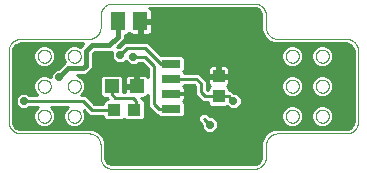
<source format=gtl>
G75*
%MOIN*%
%OFA0B0*%
%FSLAX25Y25*%
%IPPOS*%
%LPD*%
%AMOC8*
5,1,8,0,0,1.08239X$1,22.5*
%
%ADD10C,0.00000*%
%ADD11R,0.03937X0.04331*%
%ADD12R,0.05118X0.05906*%
%ADD13R,0.04724X0.04724*%
%ADD14R,0.04331X0.03937*%
%ADD15R,0.06299X0.02756*%
%ADD16OC8,0.02420*%
%ADD17C,0.01000*%
%ADD18C,0.01600*%
D10*
X0045791Y0032012D02*
X0045915Y0032010D01*
X0046038Y0032004D01*
X0046162Y0031995D01*
X0046284Y0031981D01*
X0046407Y0031964D01*
X0046529Y0031942D01*
X0046650Y0031917D01*
X0046770Y0031888D01*
X0046889Y0031856D01*
X0047008Y0031819D01*
X0047125Y0031779D01*
X0047240Y0031736D01*
X0047355Y0031688D01*
X0047467Y0031637D01*
X0047578Y0031583D01*
X0047688Y0031525D01*
X0047795Y0031464D01*
X0047901Y0031399D01*
X0048004Y0031331D01*
X0048105Y0031260D01*
X0048204Y0031186D01*
X0048301Y0031109D01*
X0048395Y0031028D01*
X0048486Y0030945D01*
X0048575Y0030859D01*
X0048661Y0030770D01*
X0048744Y0030679D01*
X0048825Y0030585D01*
X0048902Y0030488D01*
X0048976Y0030389D01*
X0049047Y0030288D01*
X0049115Y0030185D01*
X0049180Y0030079D01*
X0049241Y0029972D01*
X0049299Y0029862D01*
X0049353Y0029751D01*
X0049404Y0029639D01*
X0049452Y0029524D01*
X0049495Y0029409D01*
X0049535Y0029292D01*
X0049572Y0029173D01*
X0049604Y0029054D01*
X0049633Y0028934D01*
X0049658Y0028813D01*
X0049680Y0028691D01*
X0049697Y0028568D01*
X0049711Y0028446D01*
X0049720Y0028322D01*
X0049726Y0028199D01*
X0049728Y0028075D01*
X0049728Y0024138D01*
X0049730Y0024014D01*
X0049736Y0023891D01*
X0049745Y0023767D01*
X0049759Y0023645D01*
X0049776Y0023522D01*
X0049798Y0023400D01*
X0049823Y0023279D01*
X0049852Y0023159D01*
X0049884Y0023040D01*
X0049921Y0022921D01*
X0049961Y0022804D01*
X0050004Y0022689D01*
X0050052Y0022574D01*
X0050103Y0022462D01*
X0050157Y0022351D01*
X0050215Y0022241D01*
X0050276Y0022134D01*
X0050341Y0022028D01*
X0050409Y0021925D01*
X0050480Y0021824D01*
X0050554Y0021725D01*
X0050631Y0021628D01*
X0050712Y0021534D01*
X0050795Y0021443D01*
X0050881Y0021354D01*
X0050970Y0021268D01*
X0051061Y0021185D01*
X0051155Y0021104D01*
X0051252Y0021027D01*
X0051351Y0020953D01*
X0051452Y0020882D01*
X0051555Y0020814D01*
X0051661Y0020749D01*
X0051768Y0020688D01*
X0051878Y0020630D01*
X0051989Y0020576D01*
X0052101Y0020525D01*
X0052216Y0020477D01*
X0052331Y0020434D01*
X0052448Y0020394D01*
X0052567Y0020357D01*
X0052686Y0020325D01*
X0052806Y0020296D01*
X0052927Y0020271D01*
X0053049Y0020249D01*
X0053172Y0020232D01*
X0053294Y0020218D01*
X0053418Y0020209D01*
X0053541Y0020203D01*
X0053665Y0020201D01*
X0100909Y0020201D01*
X0101033Y0020203D01*
X0101156Y0020209D01*
X0101280Y0020218D01*
X0101402Y0020232D01*
X0101525Y0020249D01*
X0101647Y0020271D01*
X0101768Y0020296D01*
X0101888Y0020325D01*
X0102007Y0020357D01*
X0102126Y0020394D01*
X0102243Y0020434D01*
X0102358Y0020477D01*
X0102473Y0020525D01*
X0102585Y0020576D01*
X0102696Y0020630D01*
X0102806Y0020688D01*
X0102913Y0020749D01*
X0103019Y0020814D01*
X0103122Y0020882D01*
X0103223Y0020953D01*
X0103322Y0021027D01*
X0103419Y0021104D01*
X0103513Y0021185D01*
X0103604Y0021268D01*
X0103693Y0021354D01*
X0103779Y0021443D01*
X0103862Y0021534D01*
X0103943Y0021628D01*
X0104020Y0021725D01*
X0104094Y0021824D01*
X0104165Y0021925D01*
X0104233Y0022028D01*
X0104298Y0022134D01*
X0104359Y0022241D01*
X0104417Y0022351D01*
X0104471Y0022462D01*
X0104522Y0022574D01*
X0104570Y0022689D01*
X0104613Y0022804D01*
X0104653Y0022921D01*
X0104690Y0023040D01*
X0104722Y0023159D01*
X0104751Y0023279D01*
X0104776Y0023400D01*
X0104798Y0023522D01*
X0104815Y0023645D01*
X0104829Y0023767D01*
X0104838Y0023891D01*
X0104844Y0024014D01*
X0104846Y0024138D01*
X0104846Y0028075D01*
X0104848Y0028199D01*
X0104854Y0028322D01*
X0104863Y0028446D01*
X0104877Y0028568D01*
X0104894Y0028691D01*
X0104916Y0028813D01*
X0104941Y0028934D01*
X0104970Y0029054D01*
X0105002Y0029173D01*
X0105039Y0029292D01*
X0105079Y0029409D01*
X0105122Y0029524D01*
X0105170Y0029639D01*
X0105221Y0029751D01*
X0105275Y0029862D01*
X0105333Y0029972D01*
X0105394Y0030079D01*
X0105459Y0030185D01*
X0105527Y0030288D01*
X0105598Y0030389D01*
X0105672Y0030488D01*
X0105749Y0030585D01*
X0105830Y0030679D01*
X0105913Y0030770D01*
X0105999Y0030859D01*
X0106088Y0030945D01*
X0106179Y0031028D01*
X0106273Y0031109D01*
X0106370Y0031186D01*
X0106469Y0031260D01*
X0106570Y0031331D01*
X0106673Y0031399D01*
X0106779Y0031464D01*
X0106886Y0031525D01*
X0106996Y0031583D01*
X0107107Y0031637D01*
X0107219Y0031688D01*
X0107334Y0031736D01*
X0107449Y0031779D01*
X0107566Y0031819D01*
X0107685Y0031856D01*
X0107804Y0031888D01*
X0107924Y0031917D01*
X0108045Y0031942D01*
X0108167Y0031964D01*
X0108290Y0031981D01*
X0108412Y0031995D01*
X0108536Y0032004D01*
X0108659Y0032010D01*
X0108783Y0032012D01*
X0131618Y0032012D01*
X0131742Y0032014D01*
X0131865Y0032020D01*
X0131989Y0032029D01*
X0132111Y0032043D01*
X0132234Y0032060D01*
X0132356Y0032082D01*
X0132477Y0032107D01*
X0132597Y0032136D01*
X0132716Y0032168D01*
X0132835Y0032205D01*
X0132952Y0032245D01*
X0133067Y0032288D01*
X0133182Y0032336D01*
X0133294Y0032387D01*
X0133405Y0032441D01*
X0133515Y0032499D01*
X0133622Y0032560D01*
X0133728Y0032625D01*
X0133831Y0032693D01*
X0133932Y0032764D01*
X0134031Y0032838D01*
X0134128Y0032915D01*
X0134222Y0032996D01*
X0134313Y0033079D01*
X0134402Y0033165D01*
X0134488Y0033254D01*
X0134571Y0033345D01*
X0134652Y0033439D01*
X0134729Y0033536D01*
X0134803Y0033635D01*
X0134874Y0033736D01*
X0134942Y0033839D01*
X0135007Y0033945D01*
X0135068Y0034052D01*
X0135126Y0034162D01*
X0135180Y0034273D01*
X0135231Y0034385D01*
X0135279Y0034500D01*
X0135322Y0034615D01*
X0135362Y0034732D01*
X0135399Y0034851D01*
X0135431Y0034970D01*
X0135460Y0035090D01*
X0135485Y0035211D01*
X0135507Y0035333D01*
X0135524Y0035456D01*
X0135538Y0035578D01*
X0135547Y0035702D01*
X0135553Y0035825D01*
X0135555Y0035949D01*
X0135555Y0059571D01*
X0135553Y0059695D01*
X0135547Y0059818D01*
X0135538Y0059942D01*
X0135524Y0060064D01*
X0135507Y0060187D01*
X0135485Y0060309D01*
X0135460Y0060430D01*
X0135431Y0060550D01*
X0135399Y0060669D01*
X0135362Y0060788D01*
X0135322Y0060905D01*
X0135279Y0061020D01*
X0135231Y0061135D01*
X0135180Y0061247D01*
X0135126Y0061358D01*
X0135068Y0061468D01*
X0135007Y0061575D01*
X0134942Y0061681D01*
X0134874Y0061784D01*
X0134803Y0061885D01*
X0134729Y0061984D01*
X0134652Y0062081D01*
X0134571Y0062175D01*
X0134488Y0062266D01*
X0134402Y0062355D01*
X0134313Y0062441D01*
X0134222Y0062524D01*
X0134128Y0062605D01*
X0134031Y0062682D01*
X0133932Y0062756D01*
X0133831Y0062827D01*
X0133728Y0062895D01*
X0133622Y0062960D01*
X0133515Y0063021D01*
X0133405Y0063079D01*
X0133294Y0063133D01*
X0133182Y0063184D01*
X0133067Y0063232D01*
X0132952Y0063275D01*
X0132835Y0063315D01*
X0132716Y0063352D01*
X0132597Y0063384D01*
X0132477Y0063413D01*
X0132356Y0063438D01*
X0132234Y0063460D01*
X0132111Y0063477D01*
X0131989Y0063491D01*
X0131865Y0063500D01*
X0131742Y0063506D01*
X0131618Y0063508D01*
X0108783Y0063508D01*
X0108659Y0063510D01*
X0108536Y0063516D01*
X0108412Y0063525D01*
X0108290Y0063539D01*
X0108167Y0063556D01*
X0108045Y0063578D01*
X0107924Y0063603D01*
X0107804Y0063632D01*
X0107685Y0063664D01*
X0107566Y0063701D01*
X0107449Y0063741D01*
X0107334Y0063784D01*
X0107219Y0063832D01*
X0107107Y0063883D01*
X0106996Y0063937D01*
X0106886Y0063995D01*
X0106779Y0064056D01*
X0106673Y0064121D01*
X0106570Y0064189D01*
X0106469Y0064260D01*
X0106370Y0064334D01*
X0106273Y0064411D01*
X0106179Y0064492D01*
X0106088Y0064575D01*
X0105999Y0064661D01*
X0105913Y0064750D01*
X0105830Y0064841D01*
X0105749Y0064935D01*
X0105672Y0065032D01*
X0105598Y0065131D01*
X0105527Y0065232D01*
X0105459Y0065335D01*
X0105394Y0065441D01*
X0105333Y0065548D01*
X0105275Y0065658D01*
X0105221Y0065769D01*
X0105170Y0065881D01*
X0105122Y0065996D01*
X0105079Y0066111D01*
X0105039Y0066228D01*
X0105002Y0066347D01*
X0104970Y0066466D01*
X0104941Y0066586D01*
X0104916Y0066707D01*
X0104894Y0066829D01*
X0104877Y0066952D01*
X0104863Y0067074D01*
X0104854Y0067198D01*
X0104848Y0067321D01*
X0104846Y0067445D01*
X0104846Y0071382D01*
X0104844Y0071506D01*
X0104838Y0071629D01*
X0104829Y0071753D01*
X0104815Y0071875D01*
X0104798Y0071998D01*
X0104776Y0072120D01*
X0104751Y0072241D01*
X0104722Y0072361D01*
X0104690Y0072480D01*
X0104653Y0072599D01*
X0104613Y0072716D01*
X0104570Y0072831D01*
X0104522Y0072946D01*
X0104471Y0073058D01*
X0104417Y0073169D01*
X0104359Y0073279D01*
X0104298Y0073386D01*
X0104233Y0073492D01*
X0104165Y0073595D01*
X0104094Y0073696D01*
X0104020Y0073795D01*
X0103943Y0073892D01*
X0103862Y0073986D01*
X0103779Y0074077D01*
X0103693Y0074166D01*
X0103604Y0074252D01*
X0103513Y0074335D01*
X0103419Y0074416D01*
X0103322Y0074493D01*
X0103223Y0074567D01*
X0103122Y0074638D01*
X0103019Y0074706D01*
X0102913Y0074771D01*
X0102806Y0074832D01*
X0102696Y0074890D01*
X0102585Y0074944D01*
X0102473Y0074995D01*
X0102358Y0075043D01*
X0102243Y0075086D01*
X0102126Y0075126D01*
X0102007Y0075163D01*
X0101888Y0075195D01*
X0101768Y0075224D01*
X0101647Y0075249D01*
X0101525Y0075271D01*
X0101402Y0075288D01*
X0101280Y0075302D01*
X0101156Y0075311D01*
X0101033Y0075317D01*
X0100909Y0075319D01*
X0053665Y0075319D01*
X0053541Y0075317D01*
X0053418Y0075311D01*
X0053294Y0075302D01*
X0053172Y0075288D01*
X0053049Y0075271D01*
X0052927Y0075249D01*
X0052806Y0075224D01*
X0052686Y0075195D01*
X0052567Y0075163D01*
X0052448Y0075126D01*
X0052331Y0075086D01*
X0052216Y0075043D01*
X0052101Y0074995D01*
X0051989Y0074944D01*
X0051878Y0074890D01*
X0051768Y0074832D01*
X0051661Y0074771D01*
X0051555Y0074706D01*
X0051452Y0074638D01*
X0051351Y0074567D01*
X0051252Y0074493D01*
X0051155Y0074416D01*
X0051061Y0074335D01*
X0050970Y0074252D01*
X0050881Y0074166D01*
X0050795Y0074077D01*
X0050712Y0073986D01*
X0050631Y0073892D01*
X0050554Y0073795D01*
X0050480Y0073696D01*
X0050409Y0073595D01*
X0050341Y0073492D01*
X0050276Y0073386D01*
X0050215Y0073279D01*
X0050157Y0073169D01*
X0050103Y0073058D01*
X0050052Y0072946D01*
X0050004Y0072831D01*
X0049961Y0072716D01*
X0049921Y0072599D01*
X0049884Y0072480D01*
X0049852Y0072361D01*
X0049823Y0072241D01*
X0049798Y0072120D01*
X0049776Y0071998D01*
X0049759Y0071875D01*
X0049745Y0071753D01*
X0049736Y0071629D01*
X0049730Y0071506D01*
X0049728Y0071382D01*
X0049728Y0067445D01*
X0049726Y0067321D01*
X0049720Y0067198D01*
X0049711Y0067074D01*
X0049697Y0066952D01*
X0049680Y0066829D01*
X0049658Y0066707D01*
X0049633Y0066586D01*
X0049604Y0066466D01*
X0049572Y0066347D01*
X0049535Y0066228D01*
X0049495Y0066111D01*
X0049452Y0065996D01*
X0049404Y0065881D01*
X0049353Y0065769D01*
X0049299Y0065658D01*
X0049241Y0065548D01*
X0049180Y0065441D01*
X0049115Y0065335D01*
X0049047Y0065232D01*
X0048976Y0065131D01*
X0048902Y0065032D01*
X0048825Y0064935D01*
X0048744Y0064841D01*
X0048661Y0064750D01*
X0048575Y0064661D01*
X0048486Y0064575D01*
X0048395Y0064492D01*
X0048301Y0064411D01*
X0048204Y0064334D01*
X0048105Y0064260D01*
X0048004Y0064189D01*
X0047901Y0064121D01*
X0047795Y0064056D01*
X0047688Y0063995D01*
X0047578Y0063937D01*
X0047467Y0063883D01*
X0047355Y0063832D01*
X0047240Y0063784D01*
X0047125Y0063741D01*
X0047008Y0063701D01*
X0046889Y0063664D01*
X0046770Y0063632D01*
X0046650Y0063603D01*
X0046529Y0063578D01*
X0046407Y0063556D01*
X0046284Y0063539D01*
X0046162Y0063525D01*
X0046038Y0063516D01*
X0045915Y0063510D01*
X0045791Y0063508D01*
X0023055Y0063508D01*
X0022931Y0063506D01*
X0022808Y0063500D01*
X0022684Y0063491D01*
X0022562Y0063477D01*
X0022439Y0063460D01*
X0022317Y0063438D01*
X0022196Y0063413D01*
X0022076Y0063384D01*
X0021957Y0063352D01*
X0021838Y0063315D01*
X0021721Y0063275D01*
X0021606Y0063232D01*
X0021491Y0063184D01*
X0021379Y0063133D01*
X0021268Y0063079D01*
X0021158Y0063021D01*
X0021051Y0062960D01*
X0020945Y0062895D01*
X0020842Y0062827D01*
X0020741Y0062756D01*
X0020642Y0062682D01*
X0020545Y0062605D01*
X0020451Y0062524D01*
X0020360Y0062441D01*
X0020271Y0062355D01*
X0020185Y0062266D01*
X0020102Y0062175D01*
X0020021Y0062081D01*
X0019944Y0061984D01*
X0019870Y0061885D01*
X0019799Y0061784D01*
X0019731Y0061681D01*
X0019666Y0061575D01*
X0019605Y0061468D01*
X0019547Y0061358D01*
X0019493Y0061247D01*
X0019442Y0061135D01*
X0019394Y0061020D01*
X0019351Y0060905D01*
X0019311Y0060788D01*
X0019274Y0060669D01*
X0019242Y0060550D01*
X0019213Y0060430D01*
X0019188Y0060309D01*
X0019166Y0060187D01*
X0019149Y0060064D01*
X0019135Y0059942D01*
X0019126Y0059818D01*
X0019120Y0059695D01*
X0019118Y0059571D01*
X0019118Y0035949D01*
X0019120Y0035825D01*
X0019126Y0035702D01*
X0019135Y0035578D01*
X0019149Y0035456D01*
X0019166Y0035333D01*
X0019188Y0035211D01*
X0019213Y0035090D01*
X0019242Y0034970D01*
X0019274Y0034851D01*
X0019311Y0034732D01*
X0019351Y0034615D01*
X0019394Y0034500D01*
X0019442Y0034385D01*
X0019493Y0034273D01*
X0019547Y0034162D01*
X0019605Y0034052D01*
X0019666Y0033945D01*
X0019731Y0033839D01*
X0019799Y0033736D01*
X0019870Y0033635D01*
X0019944Y0033536D01*
X0020021Y0033439D01*
X0020102Y0033345D01*
X0020185Y0033254D01*
X0020271Y0033165D01*
X0020360Y0033079D01*
X0020451Y0032996D01*
X0020545Y0032915D01*
X0020642Y0032838D01*
X0020741Y0032764D01*
X0020842Y0032693D01*
X0020945Y0032625D01*
X0021051Y0032560D01*
X0021158Y0032499D01*
X0021268Y0032441D01*
X0021379Y0032387D01*
X0021491Y0032336D01*
X0021606Y0032288D01*
X0021721Y0032245D01*
X0021838Y0032205D01*
X0021957Y0032168D01*
X0022076Y0032136D01*
X0022196Y0032107D01*
X0022317Y0032082D01*
X0022439Y0032060D01*
X0022562Y0032043D01*
X0022684Y0032029D01*
X0022808Y0032020D01*
X0022931Y0032014D01*
X0023055Y0032012D01*
X0045791Y0032012D01*
X0038784Y0037760D02*
X0038786Y0037853D01*
X0038792Y0037945D01*
X0038802Y0038037D01*
X0038816Y0038128D01*
X0038833Y0038219D01*
X0038855Y0038309D01*
X0038880Y0038398D01*
X0038909Y0038486D01*
X0038942Y0038572D01*
X0038979Y0038657D01*
X0039019Y0038741D01*
X0039063Y0038822D01*
X0039110Y0038902D01*
X0039160Y0038980D01*
X0039214Y0039055D01*
X0039271Y0039128D01*
X0039331Y0039198D01*
X0039394Y0039266D01*
X0039460Y0039331D01*
X0039528Y0039393D01*
X0039599Y0039453D01*
X0039673Y0039509D01*
X0039749Y0039562D01*
X0039827Y0039611D01*
X0039907Y0039658D01*
X0039989Y0039700D01*
X0040073Y0039740D01*
X0040158Y0039775D01*
X0040245Y0039807D01*
X0040333Y0039836D01*
X0040422Y0039860D01*
X0040512Y0039881D01*
X0040603Y0039897D01*
X0040695Y0039910D01*
X0040787Y0039919D01*
X0040880Y0039924D01*
X0040972Y0039925D01*
X0041065Y0039922D01*
X0041157Y0039915D01*
X0041249Y0039904D01*
X0041340Y0039889D01*
X0041431Y0039871D01*
X0041521Y0039848D01*
X0041609Y0039822D01*
X0041697Y0039792D01*
X0041783Y0039758D01*
X0041867Y0039721D01*
X0041950Y0039679D01*
X0042031Y0039635D01*
X0042111Y0039587D01*
X0042188Y0039536D01*
X0042262Y0039481D01*
X0042335Y0039423D01*
X0042405Y0039363D01*
X0042472Y0039299D01*
X0042536Y0039233D01*
X0042598Y0039163D01*
X0042656Y0039092D01*
X0042711Y0039018D01*
X0042763Y0038941D01*
X0042812Y0038862D01*
X0042858Y0038782D01*
X0042900Y0038699D01*
X0042938Y0038615D01*
X0042973Y0038529D01*
X0043004Y0038442D01*
X0043031Y0038354D01*
X0043054Y0038264D01*
X0043074Y0038174D01*
X0043090Y0038083D01*
X0043102Y0037991D01*
X0043110Y0037899D01*
X0043114Y0037806D01*
X0043114Y0037714D01*
X0043110Y0037621D01*
X0043102Y0037529D01*
X0043090Y0037437D01*
X0043074Y0037346D01*
X0043054Y0037256D01*
X0043031Y0037166D01*
X0043004Y0037078D01*
X0042973Y0036991D01*
X0042938Y0036905D01*
X0042900Y0036821D01*
X0042858Y0036738D01*
X0042812Y0036658D01*
X0042763Y0036579D01*
X0042711Y0036502D01*
X0042656Y0036428D01*
X0042598Y0036357D01*
X0042536Y0036287D01*
X0042472Y0036221D01*
X0042405Y0036157D01*
X0042335Y0036097D01*
X0042262Y0036039D01*
X0042188Y0035984D01*
X0042111Y0035933D01*
X0042032Y0035885D01*
X0041950Y0035841D01*
X0041867Y0035799D01*
X0041783Y0035762D01*
X0041697Y0035728D01*
X0041609Y0035698D01*
X0041521Y0035672D01*
X0041431Y0035649D01*
X0041340Y0035631D01*
X0041249Y0035616D01*
X0041157Y0035605D01*
X0041065Y0035598D01*
X0040972Y0035595D01*
X0040880Y0035596D01*
X0040787Y0035601D01*
X0040695Y0035610D01*
X0040603Y0035623D01*
X0040512Y0035639D01*
X0040422Y0035660D01*
X0040333Y0035684D01*
X0040245Y0035713D01*
X0040158Y0035745D01*
X0040073Y0035780D01*
X0039989Y0035820D01*
X0039907Y0035862D01*
X0039827Y0035909D01*
X0039749Y0035958D01*
X0039673Y0036011D01*
X0039599Y0036067D01*
X0039528Y0036127D01*
X0039460Y0036189D01*
X0039394Y0036254D01*
X0039331Y0036322D01*
X0039271Y0036392D01*
X0039214Y0036465D01*
X0039160Y0036540D01*
X0039110Y0036618D01*
X0039063Y0036698D01*
X0039019Y0036779D01*
X0038979Y0036863D01*
X0038942Y0036948D01*
X0038909Y0037034D01*
X0038880Y0037122D01*
X0038855Y0037211D01*
X0038833Y0037301D01*
X0038816Y0037392D01*
X0038802Y0037483D01*
X0038792Y0037575D01*
X0038786Y0037667D01*
X0038784Y0037760D01*
X0028784Y0037760D02*
X0028786Y0037853D01*
X0028792Y0037945D01*
X0028802Y0038037D01*
X0028816Y0038128D01*
X0028833Y0038219D01*
X0028855Y0038309D01*
X0028880Y0038398D01*
X0028909Y0038486D01*
X0028942Y0038572D01*
X0028979Y0038657D01*
X0029019Y0038741D01*
X0029063Y0038822D01*
X0029110Y0038902D01*
X0029160Y0038980D01*
X0029214Y0039055D01*
X0029271Y0039128D01*
X0029331Y0039198D01*
X0029394Y0039266D01*
X0029460Y0039331D01*
X0029528Y0039393D01*
X0029599Y0039453D01*
X0029673Y0039509D01*
X0029749Y0039562D01*
X0029827Y0039611D01*
X0029907Y0039658D01*
X0029989Y0039700D01*
X0030073Y0039740D01*
X0030158Y0039775D01*
X0030245Y0039807D01*
X0030333Y0039836D01*
X0030422Y0039860D01*
X0030512Y0039881D01*
X0030603Y0039897D01*
X0030695Y0039910D01*
X0030787Y0039919D01*
X0030880Y0039924D01*
X0030972Y0039925D01*
X0031065Y0039922D01*
X0031157Y0039915D01*
X0031249Y0039904D01*
X0031340Y0039889D01*
X0031431Y0039871D01*
X0031521Y0039848D01*
X0031609Y0039822D01*
X0031697Y0039792D01*
X0031783Y0039758D01*
X0031867Y0039721D01*
X0031950Y0039679D01*
X0032031Y0039635D01*
X0032111Y0039587D01*
X0032188Y0039536D01*
X0032262Y0039481D01*
X0032335Y0039423D01*
X0032405Y0039363D01*
X0032472Y0039299D01*
X0032536Y0039233D01*
X0032598Y0039163D01*
X0032656Y0039092D01*
X0032711Y0039018D01*
X0032763Y0038941D01*
X0032812Y0038862D01*
X0032858Y0038782D01*
X0032900Y0038699D01*
X0032938Y0038615D01*
X0032973Y0038529D01*
X0033004Y0038442D01*
X0033031Y0038354D01*
X0033054Y0038264D01*
X0033074Y0038174D01*
X0033090Y0038083D01*
X0033102Y0037991D01*
X0033110Y0037899D01*
X0033114Y0037806D01*
X0033114Y0037714D01*
X0033110Y0037621D01*
X0033102Y0037529D01*
X0033090Y0037437D01*
X0033074Y0037346D01*
X0033054Y0037256D01*
X0033031Y0037166D01*
X0033004Y0037078D01*
X0032973Y0036991D01*
X0032938Y0036905D01*
X0032900Y0036821D01*
X0032858Y0036738D01*
X0032812Y0036658D01*
X0032763Y0036579D01*
X0032711Y0036502D01*
X0032656Y0036428D01*
X0032598Y0036357D01*
X0032536Y0036287D01*
X0032472Y0036221D01*
X0032405Y0036157D01*
X0032335Y0036097D01*
X0032262Y0036039D01*
X0032188Y0035984D01*
X0032111Y0035933D01*
X0032032Y0035885D01*
X0031950Y0035841D01*
X0031867Y0035799D01*
X0031783Y0035762D01*
X0031697Y0035728D01*
X0031609Y0035698D01*
X0031521Y0035672D01*
X0031431Y0035649D01*
X0031340Y0035631D01*
X0031249Y0035616D01*
X0031157Y0035605D01*
X0031065Y0035598D01*
X0030972Y0035595D01*
X0030880Y0035596D01*
X0030787Y0035601D01*
X0030695Y0035610D01*
X0030603Y0035623D01*
X0030512Y0035639D01*
X0030422Y0035660D01*
X0030333Y0035684D01*
X0030245Y0035713D01*
X0030158Y0035745D01*
X0030073Y0035780D01*
X0029989Y0035820D01*
X0029907Y0035862D01*
X0029827Y0035909D01*
X0029749Y0035958D01*
X0029673Y0036011D01*
X0029599Y0036067D01*
X0029528Y0036127D01*
X0029460Y0036189D01*
X0029394Y0036254D01*
X0029331Y0036322D01*
X0029271Y0036392D01*
X0029214Y0036465D01*
X0029160Y0036540D01*
X0029110Y0036618D01*
X0029063Y0036698D01*
X0029019Y0036779D01*
X0028979Y0036863D01*
X0028942Y0036948D01*
X0028909Y0037034D01*
X0028880Y0037122D01*
X0028855Y0037211D01*
X0028833Y0037301D01*
X0028816Y0037392D01*
X0028802Y0037483D01*
X0028792Y0037575D01*
X0028786Y0037667D01*
X0028784Y0037760D01*
X0028784Y0047760D02*
X0028786Y0047853D01*
X0028792Y0047945D01*
X0028802Y0048037D01*
X0028816Y0048128D01*
X0028833Y0048219D01*
X0028855Y0048309D01*
X0028880Y0048398D01*
X0028909Y0048486D01*
X0028942Y0048572D01*
X0028979Y0048657D01*
X0029019Y0048741D01*
X0029063Y0048822D01*
X0029110Y0048902D01*
X0029160Y0048980D01*
X0029214Y0049055D01*
X0029271Y0049128D01*
X0029331Y0049198D01*
X0029394Y0049266D01*
X0029460Y0049331D01*
X0029528Y0049393D01*
X0029599Y0049453D01*
X0029673Y0049509D01*
X0029749Y0049562D01*
X0029827Y0049611D01*
X0029907Y0049658D01*
X0029989Y0049700D01*
X0030073Y0049740D01*
X0030158Y0049775D01*
X0030245Y0049807D01*
X0030333Y0049836D01*
X0030422Y0049860D01*
X0030512Y0049881D01*
X0030603Y0049897D01*
X0030695Y0049910D01*
X0030787Y0049919D01*
X0030880Y0049924D01*
X0030972Y0049925D01*
X0031065Y0049922D01*
X0031157Y0049915D01*
X0031249Y0049904D01*
X0031340Y0049889D01*
X0031431Y0049871D01*
X0031521Y0049848D01*
X0031609Y0049822D01*
X0031697Y0049792D01*
X0031783Y0049758D01*
X0031867Y0049721D01*
X0031950Y0049679D01*
X0032031Y0049635D01*
X0032111Y0049587D01*
X0032188Y0049536D01*
X0032262Y0049481D01*
X0032335Y0049423D01*
X0032405Y0049363D01*
X0032472Y0049299D01*
X0032536Y0049233D01*
X0032598Y0049163D01*
X0032656Y0049092D01*
X0032711Y0049018D01*
X0032763Y0048941D01*
X0032812Y0048862D01*
X0032858Y0048782D01*
X0032900Y0048699D01*
X0032938Y0048615D01*
X0032973Y0048529D01*
X0033004Y0048442D01*
X0033031Y0048354D01*
X0033054Y0048264D01*
X0033074Y0048174D01*
X0033090Y0048083D01*
X0033102Y0047991D01*
X0033110Y0047899D01*
X0033114Y0047806D01*
X0033114Y0047714D01*
X0033110Y0047621D01*
X0033102Y0047529D01*
X0033090Y0047437D01*
X0033074Y0047346D01*
X0033054Y0047256D01*
X0033031Y0047166D01*
X0033004Y0047078D01*
X0032973Y0046991D01*
X0032938Y0046905D01*
X0032900Y0046821D01*
X0032858Y0046738D01*
X0032812Y0046658D01*
X0032763Y0046579D01*
X0032711Y0046502D01*
X0032656Y0046428D01*
X0032598Y0046357D01*
X0032536Y0046287D01*
X0032472Y0046221D01*
X0032405Y0046157D01*
X0032335Y0046097D01*
X0032262Y0046039D01*
X0032188Y0045984D01*
X0032111Y0045933D01*
X0032032Y0045885D01*
X0031950Y0045841D01*
X0031867Y0045799D01*
X0031783Y0045762D01*
X0031697Y0045728D01*
X0031609Y0045698D01*
X0031521Y0045672D01*
X0031431Y0045649D01*
X0031340Y0045631D01*
X0031249Y0045616D01*
X0031157Y0045605D01*
X0031065Y0045598D01*
X0030972Y0045595D01*
X0030880Y0045596D01*
X0030787Y0045601D01*
X0030695Y0045610D01*
X0030603Y0045623D01*
X0030512Y0045639D01*
X0030422Y0045660D01*
X0030333Y0045684D01*
X0030245Y0045713D01*
X0030158Y0045745D01*
X0030073Y0045780D01*
X0029989Y0045820D01*
X0029907Y0045862D01*
X0029827Y0045909D01*
X0029749Y0045958D01*
X0029673Y0046011D01*
X0029599Y0046067D01*
X0029528Y0046127D01*
X0029460Y0046189D01*
X0029394Y0046254D01*
X0029331Y0046322D01*
X0029271Y0046392D01*
X0029214Y0046465D01*
X0029160Y0046540D01*
X0029110Y0046618D01*
X0029063Y0046698D01*
X0029019Y0046779D01*
X0028979Y0046863D01*
X0028942Y0046948D01*
X0028909Y0047034D01*
X0028880Y0047122D01*
X0028855Y0047211D01*
X0028833Y0047301D01*
X0028816Y0047392D01*
X0028802Y0047483D01*
X0028792Y0047575D01*
X0028786Y0047667D01*
X0028784Y0047760D01*
X0038784Y0047760D02*
X0038786Y0047853D01*
X0038792Y0047945D01*
X0038802Y0048037D01*
X0038816Y0048128D01*
X0038833Y0048219D01*
X0038855Y0048309D01*
X0038880Y0048398D01*
X0038909Y0048486D01*
X0038942Y0048572D01*
X0038979Y0048657D01*
X0039019Y0048741D01*
X0039063Y0048822D01*
X0039110Y0048902D01*
X0039160Y0048980D01*
X0039214Y0049055D01*
X0039271Y0049128D01*
X0039331Y0049198D01*
X0039394Y0049266D01*
X0039460Y0049331D01*
X0039528Y0049393D01*
X0039599Y0049453D01*
X0039673Y0049509D01*
X0039749Y0049562D01*
X0039827Y0049611D01*
X0039907Y0049658D01*
X0039989Y0049700D01*
X0040073Y0049740D01*
X0040158Y0049775D01*
X0040245Y0049807D01*
X0040333Y0049836D01*
X0040422Y0049860D01*
X0040512Y0049881D01*
X0040603Y0049897D01*
X0040695Y0049910D01*
X0040787Y0049919D01*
X0040880Y0049924D01*
X0040972Y0049925D01*
X0041065Y0049922D01*
X0041157Y0049915D01*
X0041249Y0049904D01*
X0041340Y0049889D01*
X0041431Y0049871D01*
X0041521Y0049848D01*
X0041609Y0049822D01*
X0041697Y0049792D01*
X0041783Y0049758D01*
X0041867Y0049721D01*
X0041950Y0049679D01*
X0042031Y0049635D01*
X0042111Y0049587D01*
X0042188Y0049536D01*
X0042262Y0049481D01*
X0042335Y0049423D01*
X0042405Y0049363D01*
X0042472Y0049299D01*
X0042536Y0049233D01*
X0042598Y0049163D01*
X0042656Y0049092D01*
X0042711Y0049018D01*
X0042763Y0048941D01*
X0042812Y0048862D01*
X0042858Y0048782D01*
X0042900Y0048699D01*
X0042938Y0048615D01*
X0042973Y0048529D01*
X0043004Y0048442D01*
X0043031Y0048354D01*
X0043054Y0048264D01*
X0043074Y0048174D01*
X0043090Y0048083D01*
X0043102Y0047991D01*
X0043110Y0047899D01*
X0043114Y0047806D01*
X0043114Y0047714D01*
X0043110Y0047621D01*
X0043102Y0047529D01*
X0043090Y0047437D01*
X0043074Y0047346D01*
X0043054Y0047256D01*
X0043031Y0047166D01*
X0043004Y0047078D01*
X0042973Y0046991D01*
X0042938Y0046905D01*
X0042900Y0046821D01*
X0042858Y0046738D01*
X0042812Y0046658D01*
X0042763Y0046579D01*
X0042711Y0046502D01*
X0042656Y0046428D01*
X0042598Y0046357D01*
X0042536Y0046287D01*
X0042472Y0046221D01*
X0042405Y0046157D01*
X0042335Y0046097D01*
X0042262Y0046039D01*
X0042188Y0045984D01*
X0042111Y0045933D01*
X0042032Y0045885D01*
X0041950Y0045841D01*
X0041867Y0045799D01*
X0041783Y0045762D01*
X0041697Y0045728D01*
X0041609Y0045698D01*
X0041521Y0045672D01*
X0041431Y0045649D01*
X0041340Y0045631D01*
X0041249Y0045616D01*
X0041157Y0045605D01*
X0041065Y0045598D01*
X0040972Y0045595D01*
X0040880Y0045596D01*
X0040787Y0045601D01*
X0040695Y0045610D01*
X0040603Y0045623D01*
X0040512Y0045639D01*
X0040422Y0045660D01*
X0040333Y0045684D01*
X0040245Y0045713D01*
X0040158Y0045745D01*
X0040073Y0045780D01*
X0039989Y0045820D01*
X0039907Y0045862D01*
X0039827Y0045909D01*
X0039749Y0045958D01*
X0039673Y0046011D01*
X0039599Y0046067D01*
X0039528Y0046127D01*
X0039460Y0046189D01*
X0039394Y0046254D01*
X0039331Y0046322D01*
X0039271Y0046392D01*
X0039214Y0046465D01*
X0039160Y0046540D01*
X0039110Y0046618D01*
X0039063Y0046698D01*
X0039019Y0046779D01*
X0038979Y0046863D01*
X0038942Y0046948D01*
X0038909Y0047034D01*
X0038880Y0047122D01*
X0038855Y0047211D01*
X0038833Y0047301D01*
X0038816Y0047392D01*
X0038802Y0047483D01*
X0038792Y0047575D01*
X0038786Y0047667D01*
X0038784Y0047760D01*
X0038784Y0057760D02*
X0038786Y0057853D01*
X0038792Y0057945D01*
X0038802Y0058037D01*
X0038816Y0058128D01*
X0038833Y0058219D01*
X0038855Y0058309D01*
X0038880Y0058398D01*
X0038909Y0058486D01*
X0038942Y0058572D01*
X0038979Y0058657D01*
X0039019Y0058741D01*
X0039063Y0058822D01*
X0039110Y0058902D01*
X0039160Y0058980D01*
X0039214Y0059055D01*
X0039271Y0059128D01*
X0039331Y0059198D01*
X0039394Y0059266D01*
X0039460Y0059331D01*
X0039528Y0059393D01*
X0039599Y0059453D01*
X0039673Y0059509D01*
X0039749Y0059562D01*
X0039827Y0059611D01*
X0039907Y0059658D01*
X0039989Y0059700D01*
X0040073Y0059740D01*
X0040158Y0059775D01*
X0040245Y0059807D01*
X0040333Y0059836D01*
X0040422Y0059860D01*
X0040512Y0059881D01*
X0040603Y0059897D01*
X0040695Y0059910D01*
X0040787Y0059919D01*
X0040880Y0059924D01*
X0040972Y0059925D01*
X0041065Y0059922D01*
X0041157Y0059915D01*
X0041249Y0059904D01*
X0041340Y0059889D01*
X0041431Y0059871D01*
X0041521Y0059848D01*
X0041609Y0059822D01*
X0041697Y0059792D01*
X0041783Y0059758D01*
X0041867Y0059721D01*
X0041950Y0059679D01*
X0042031Y0059635D01*
X0042111Y0059587D01*
X0042188Y0059536D01*
X0042262Y0059481D01*
X0042335Y0059423D01*
X0042405Y0059363D01*
X0042472Y0059299D01*
X0042536Y0059233D01*
X0042598Y0059163D01*
X0042656Y0059092D01*
X0042711Y0059018D01*
X0042763Y0058941D01*
X0042812Y0058862D01*
X0042858Y0058782D01*
X0042900Y0058699D01*
X0042938Y0058615D01*
X0042973Y0058529D01*
X0043004Y0058442D01*
X0043031Y0058354D01*
X0043054Y0058264D01*
X0043074Y0058174D01*
X0043090Y0058083D01*
X0043102Y0057991D01*
X0043110Y0057899D01*
X0043114Y0057806D01*
X0043114Y0057714D01*
X0043110Y0057621D01*
X0043102Y0057529D01*
X0043090Y0057437D01*
X0043074Y0057346D01*
X0043054Y0057256D01*
X0043031Y0057166D01*
X0043004Y0057078D01*
X0042973Y0056991D01*
X0042938Y0056905D01*
X0042900Y0056821D01*
X0042858Y0056738D01*
X0042812Y0056658D01*
X0042763Y0056579D01*
X0042711Y0056502D01*
X0042656Y0056428D01*
X0042598Y0056357D01*
X0042536Y0056287D01*
X0042472Y0056221D01*
X0042405Y0056157D01*
X0042335Y0056097D01*
X0042262Y0056039D01*
X0042188Y0055984D01*
X0042111Y0055933D01*
X0042032Y0055885D01*
X0041950Y0055841D01*
X0041867Y0055799D01*
X0041783Y0055762D01*
X0041697Y0055728D01*
X0041609Y0055698D01*
X0041521Y0055672D01*
X0041431Y0055649D01*
X0041340Y0055631D01*
X0041249Y0055616D01*
X0041157Y0055605D01*
X0041065Y0055598D01*
X0040972Y0055595D01*
X0040880Y0055596D01*
X0040787Y0055601D01*
X0040695Y0055610D01*
X0040603Y0055623D01*
X0040512Y0055639D01*
X0040422Y0055660D01*
X0040333Y0055684D01*
X0040245Y0055713D01*
X0040158Y0055745D01*
X0040073Y0055780D01*
X0039989Y0055820D01*
X0039907Y0055862D01*
X0039827Y0055909D01*
X0039749Y0055958D01*
X0039673Y0056011D01*
X0039599Y0056067D01*
X0039528Y0056127D01*
X0039460Y0056189D01*
X0039394Y0056254D01*
X0039331Y0056322D01*
X0039271Y0056392D01*
X0039214Y0056465D01*
X0039160Y0056540D01*
X0039110Y0056618D01*
X0039063Y0056698D01*
X0039019Y0056779D01*
X0038979Y0056863D01*
X0038942Y0056948D01*
X0038909Y0057034D01*
X0038880Y0057122D01*
X0038855Y0057211D01*
X0038833Y0057301D01*
X0038816Y0057392D01*
X0038802Y0057483D01*
X0038792Y0057575D01*
X0038786Y0057667D01*
X0038784Y0057760D01*
X0028784Y0057760D02*
X0028786Y0057853D01*
X0028792Y0057945D01*
X0028802Y0058037D01*
X0028816Y0058128D01*
X0028833Y0058219D01*
X0028855Y0058309D01*
X0028880Y0058398D01*
X0028909Y0058486D01*
X0028942Y0058572D01*
X0028979Y0058657D01*
X0029019Y0058741D01*
X0029063Y0058822D01*
X0029110Y0058902D01*
X0029160Y0058980D01*
X0029214Y0059055D01*
X0029271Y0059128D01*
X0029331Y0059198D01*
X0029394Y0059266D01*
X0029460Y0059331D01*
X0029528Y0059393D01*
X0029599Y0059453D01*
X0029673Y0059509D01*
X0029749Y0059562D01*
X0029827Y0059611D01*
X0029907Y0059658D01*
X0029989Y0059700D01*
X0030073Y0059740D01*
X0030158Y0059775D01*
X0030245Y0059807D01*
X0030333Y0059836D01*
X0030422Y0059860D01*
X0030512Y0059881D01*
X0030603Y0059897D01*
X0030695Y0059910D01*
X0030787Y0059919D01*
X0030880Y0059924D01*
X0030972Y0059925D01*
X0031065Y0059922D01*
X0031157Y0059915D01*
X0031249Y0059904D01*
X0031340Y0059889D01*
X0031431Y0059871D01*
X0031521Y0059848D01*
X0031609Y0059822D01*
X0031697Y0059792D01*
X0031783Y0059758D01*
X0031867Y0059721D01*
X0031950Y0059679D01*
X0032031Y0059635D01*
X0032111Y0059587D01*
X0032188Y0059536D01*
X0032262Y0059481D01*
X0032335Y0059423D01*
X0032405Y0059363D01*
X0032472Y0059299D01*
X0032536Y0059233D01*
X0032598Y0059163D01*
X0032656Y0059092D01*
X0032711Y0059018D01*
X0032763Y0058941D01*
X0032812Y0058862D01*
X0032858Y0058782D01*
X0032900Y0058699D01*
X0032938Y0058615D01*
X0032973Y0058529D01*
X0033004Y0058442D01*
X0033031Y0058354D01*
X0033054Y0058264D01*
X0033074Y0058174D01*
X0033090Y0058083D01*
X0033102Y0057991D01*
X0033110Y0057899D01*
X0033114Y0057806D01*
X0033114Y0057714D01*
X0033110Y0057621D01*
X0033102Y0057529D01*
X0033090Y0057437D01*
X0033074Y0057346D01*
X0033054Y0057256D01*
X0033031Y0057166D01*
X0033004Y0057078D01*
X0032973Y0056991D01*
X0032938Y0056905D01*
X0032900Y0056821D01*
X0032858Y0056738D01*
X0032812Y0056658D01*
X0032763Y0056579D01*
X0032711Y0056502D01*
X0032656Y0056428D01*
X0032598Y0056357D01*
X0032536Y0056287D01*
X0032472Y0056221D01*
X0032405Y0056157D01*
X0032335Y0056097D01*
X0032262Y0056039D01*
X0032188Y0055984D01*
X0032111Y0055933D01*
X0032032Y0055885D01*
X0031950Y0055841D01*
X0031867Y0055799D01*
X0031783Y0055762D01*
X0031697Y0055728D01*
X0031609Y0055698D01*
X0031521Y0055672D01*
X0031431Y0055649D01*
X0031340Y0055631D01*
X0031249Y0055616D01*
X0031157Y0055605D01*
X0031065Y0055598D01*
X0030972Y0055595D01*
X0030880Y0055596D01*
X0030787Y0055601D01*
X0030695Y0055610D01*
X0030603Y0055623D01*
X0030512Y0055639D01*
X0030422Y0055660D01*
X0030333Y0055684D01*
X0030245Y0055713D01*
X0030158Y0055745D01*
X0030073Y0055780D01*
X0029989Y0055820D01*
X0029907Y0055862D01*
X0029827Y0055909D01*
X0029749Y0055958D01*
X0029673Y0056011D01*
X0029599Y0056067D01*
X0029528Y0056127D01*
X0029460Y0056189D01*
X0029394Y0056254D01*
X0029331Y0056322D01*
X0029271Y0056392D01*
X0029214Y0056465D01*
X0029160Y0056540D01*
X0029110Y0056618D01*
X0029063Y0056698D01*
X0029019Y0056779D01*
X0028979Y0056863D01*
X0028942Y0056948D01*
X0028909Y0057034D01*
X0028880Y0057122D01*
X0028855Y0057211D01*
X0028833Y0057301D01*
X0028816Y0057392D01*
X0028802Y0057483D01*
X0028792Y0057575D01*
X0028786Y0057667D01*
X0028784Y0057760D01*
X0111461Y0057760D02*
X0111463Y0057853D01*
X0111469Y0057945D01*
X0111479Y0058037D01*
X0111493Y0058128D01*
X0111510Y0058219D01*
X0111532Y0058309D01*
X0111557Y0058398D01*
X0111586Y0058486D01*
X0111619Y0058572D01*
X0111656Y0058657D01*
X0111696Y0058741D01*
X0111740Y0058822D01*
X0111787Y0058902D01*
X0111837Y0058980D01*
X0111891Y0059055D01*
X0111948Y0059128D01*
X0112008Y0059198D01*
X0112071Y0059266D01*
X0112137Y0059331D01*
X0112205Y0059393D01*
X0112276Y0059453D01*
X0112350Y0059509D01*
X0112426Y0059562D01*
X0112504Y0059611D01*
X0112584Y0059658D01*
X0112666Y0059700D01*
X0112750Y0059740D01*
X0112835Y0059775D01*
X0112922Y0059807D01*
X0113010Y0059836D01*
X0113099Y0059860D01*
X0113189Y0059881D01*
X0113280Y0059897D01*
X0113372Y0059910D01*
X0113464Y0059919D01*
X0113557Y0059924D01*
X0113649Y0059925D01*
X0113742Y0059922D01*
X0113834Y0059915D01*
X0113926Y0059904D01*
X0114017Y0059889D01*
X0114108Y0059871D01*
X0114198Y0059848D01*
X0114286Y0059822D01*
X0114374Y0059792D01*
X0114460Y0059758D01*
X0114544Y0059721D01*
X0114627Y0059679D01*
X0114708Y0059635D01*
X0114788Y0059587D01*
X0114865Y0059536D01*
X0114939Y0059481D01*
X0115012Y0059423D01*
X0115082Y0059363D01*
X0115149Y0059299D01*
X0115213Y0059233D01*
X0115275Y0059163D01*
X0115333Y0059092D01*
X0115388Y0059018D01*
X0115440Y0058941D01*
X0115489Y0058862D01*
X0115535Y0058782D01*
X0115577Y0058699D01*
X0115615Y0058615D01*
X0115650Y0058529D01*
X0115681Y0058442D01*
X0115708Y0058354D01*
X0115731Y0058264D01*
X0115751Y0058174D01*
X0115767Y0058083D01*
X0115779Y0057991D01*
X0115787Y0057899D01*
X0115791Y0057806D01*
X0115791Y0057714D01*
X0115787Y0057621D01*
X0115779Y0057529D01*
X0115767Y0057437D01*
X0115751Y0057346D01*
X0115731Y0057256D01*
X0115708Y0057166D01*
X0115681Y0057078D01*
X0115650Y0056991D01*
X0115615Y0056905D01*
X0115577Y0056821D01*
X0115535Y0056738D01*
X0115489Y0056658D01*
X0115440Y0056579D01*
X0115388Y0056502D01*
X0115333Y0056428D01*
X0115275Y0056357D01*
X0115213Y0056287D01*
X0115149Y0056221D01*
X0115082Y0056157D01*
X0115012Y0056097D01*
X0114939Y0056039D01*
X0114865Y0055984D01*
X0114788Y0055933D01*
X0114709Y0055885D01*
X0114627Y0055841D01*
X0114544Y0055799D01*
X0114460Y0055762D01*
X0114374Y0055728D01*
X0114286Y0055698D01*
X0114198Y0055672D01*
X0114108Y0055649D01*
X0114017Y0055631D01*
X0113926Y0055616D01*
X0113834Y0055605D01*
X0113742Y0055598D01*
X0113649Y0055595D01*
X0113557Y0055596D01*
X0113464Y0055601D01*
X0113372Y0055610D01*
X0113280Y0055623D01*
X0113189Y0055639D01*
X0113099Y0055660D01*
X0113010Y0055684D01*
X0112922Y0055713D01*
X0112835Y0055745D01*
X0112750Y0055780D01*
X0112666Y0055820D01*
X0112584Y0055862D01*
X0112504Y0055909D01*
X0112426Y0055958D01*
X0112350Y0056011D01*
X0112276Y0056067D01*
X0112205Y0056127D01*
X0112137Y0056189D01*
X0112071Y0056254D01*
X0112008Y0056322D01*
X0111948Y0056392D01*
X0111891Y0056465D01*
X0111837Y0056540D01*
X0111787Y0056618D01*
X0111740Y0056698D01*
X0111696Y0056779D01*
X0111656Y0056863D01*
X0111619Y0056948D01*
X0111586Y0057034D01*
X0111557Y0057122D01*
X0111532Y0057211D01*
X0111510Y0057301D01*
X0111493Y0057392D01*
X0111479Y0057483D01*
X0111469Y0057575D01*
X0111463Y0057667D01*
X0111461Y0057760D01*
X0121461Y0057760D02*
X0121463Y0057853D01*
X0121469Y0057945D01*
X0121479Y0058037D01*
X0121493Y0058128D01*
X0121510Y0058219D01*
X0121532Y0058309D01*
X0121557Y0058398D01*
X0121586Y0058486D01*
X0121619Y0058572D01*
X0121656Y0058657D01*
X0121696Y0058741D01*
X0121740Y0058822D01*
X0121787Y0058902D01*
X0121837Y0058980D01*
X0121891Y0059055D01*
X0121948Y0059128D01*
X0122008Y0059198D01*
X0122071Y0059266D01*
X0122137Y0059331D01*
X0122205Y0059393D01*
X0122276Y0059453D01*
X0122350Y0059509D01*
X0122426Y0059562D01*
X0122504Y0059611D01*
X0122584Y0059658D01*
X0122666Y0059700D01*
X0122750Y0059740D01*
X0122835Y0059775D01*
X0122922Y0059807D01*
X0123010Y0059836D01*
X0123099Y0059860D01*
X0123189Y0059881D01*
X0123280Y0059897D01*
X0123372Y0059910D01*
X0123464Y0059919D01*
X0123557Y0059924D01*
X0123649Y0059925D01*
X0123742Y0059922D01*
X0123834Y0059915D01*
X0123926Y0059904D01*
X0124017Y0059889D01*
X0124108Y0059871D01*
X0124198Y0059848D01*
X0124286Y0059822D01*
X0124374Y0059792D01*
X0124460Y0059758D01*
X0124544Y0059721D01*
X0124627Y0059679D01*
X0124708Y0059635D01*
X0124788Y0059587D01*
X0124865Y0059536D01*
X0124939Y0059481D01*
X0125012Y0059423D01*
X0125082Y0059363D01*
X0125149Y0059299D01*
X0125213Y0059233D01*
X0125275Y0059163D01*
X0125333Y0059092D01*
X0125388Y0059018D01*
X0125440Y0058941D01*
X0125489Y0058862D01*
X0125535Y0058782D01*
X0125577Y0058699D01*
X0125615Y0058615D01*
X0125650Y0058529D01*
X0125681Y0058442D01*
X0125708Y0058354D01*
X0125731Y0058264D01*
X0125751Y0058174D01*
X0125767Y0058083D01*
X0125779Y0057991D01*
X0125787Y0057899D01*
X0125791Y0057806D01*
X0125791Y0057714D01*
X0125787Y0057621D01*
X0125779Y0057529D01*
X0125767Y0057437D01*
X0125751Y0057346D01*
X0125731Y0057256D01*
X0125708Y0057166D01*
X0125681Y0057078D01*
X0125650Y0056991D01*
X0125615Y0056905D01*
X0125577Y0056821D01*
X0125535Y0056738D01*
X0125489Y0056658D01*
X0125440Y0056579D01*
X0125388Y0056502D01*
X0125333Y0056428D01*
X0125275Y0056357D01*
X0125213Y0056287D01*
X0125149Y0056221D01*
X0125082Y0056157D01*
X0125012Y0056097D01*
X0124939Y0056039D01*
X0124865Y0055984D01*
X0124788Y0055933D01*
X0124709Y0055885D01*
X0124627Y0055841D01*
X0124544Y0055799D01*
X0124460Y0055762D01*
X0124374Y0055728D01*
X0124286Y0055698D01*
X0124198Y0055672D01*
X0124108Y0055649D01*
X0124017Y0055631D01*
X0123926Y0055616D01*
X0123834Y0055605D01*
X0123742Y0055598D01*
X0123649Y0055595D01*
X0123557Y0055596D01*
X0123464Y0055601D01*
X0123372Y0055610D01*
X0123280Y0055623D01*
X0123189Y0055639D01*
X0123099Y0055660D01*
X0123010Y0055684D01*
X0122922Y0055713D01*
X0122835Y0055745D01*
X0122750Y0055780D01*
X0122666Y0055820D01*
X0122584Y0055862D01*
X0122504Y0055909D01*
X0122426Y0055958D01*
X0122350Y0056011D01*
X0122276Y0056067D01*
X0122205Y0056127D01*
X0122137Y0056189D01*
X0122071Y0056254D01*
X0122008Y0056322D01*
X0121948Y0056392D01*
X0121891Y0056465D01*
X0121837Y0056540D01*
X0121787Y0056618D01*
X0121740Y0056698D01*
X0121696Y0056779D01*
X0121656Y0056863D01*
X0121619Y0056948D01*
X0121586Y0057034D01*
X0121557Y0057122D01*
X0121532Y0057211D01*
X0121510Y0057301D01*
X0121493Y0057392D01*
X0121479Y0057483D01*
X0121469Y0057575D01*
X0121463Y0057667D01*
X0121461Y0057760D01*
X0121461Y0047760D02*
X0121463Y0047853D01*
X0121469Y0047945D01*
X0121479Y0048037D01*
X0121493Y0048128D01*
X0121510Y0048219D01*
X0121532Y0048309D01*
X0121557Y0048398D01*
X0121586Y0048486D01*
X0121619Y0048572D01*
X0121656Y0048657D01*
X0121696Y0048741D01*
X0121740Y0048822D01*
X0121787Y0048902D01*
X0121837Y0048980D01*
X0121891Y0049055D01*
X0121948Y0049128D01*
X0122008Y0049198D01*
X0122071Y0049266D01*
X0122137Y0049331D01*
X0122205Y0049393D01*
X0122276Y0049453D01*
X0122350Y0049509D01*
X0122426Y0049562D01*
X0122504Y0049611D01*
X0122584Y0049658D01*
X0122666Y0049700D01*
X0122750Y0049740D01*
X0122835Y0049775D01*
X0122922Y0049807D01*
X0123010Y0049836D01*
X0123099Y0049860D01*
X0123189Y0049881D01*
X0123280Y0049897D01*
X0123372Y0049910D01*
X0123464Y0049919D01*
X0123557Y0049924D01*
X0123649Y0049925D01*
X0123742Y0049922D01*
X0123834Y0049915D01*
X0123926Y0049904D01*
X0124017Y0049889D01*
X0124108Y0049871D01*
X0124198Y0049848D01*
X0124286Y0049822D01*
X0124374Y0049792D01*
X0124460Y0049758D01*
X0124544Y0049721D01*
X0124627Y0049679D01*
X0124708Y0049635D01*
X0124788Y0049587D01*
X0124865Y0049536D01*
X0124939Y0049481D01*
X0125012Y0049423D01*
X0125082Y0049363D01*
X0125149Y0049299D01*
X0125213Y0049233D01*
X0125275Y0049163D01*
X0125333Y0049092D01*
X0125388Y0049018D01*
X0125440Y0048941D01*
X0125489Y0048862D01*
X0125535Y0048782D01*
X0125577Y0048699D01*
X0125615Y0048615D01*
X0125650Y0048529D01*
X0125681Y0048442D01*
X0125708Y0048354D01*
X0125731Y0048264D01*
X0125751Y0048174D01*
X0125767Y0048083D01*
X0125779Y0047991D01*
X0125787Y0047899D01*
X0125791Y0047806D01*
X0125791Y0047714D01*
X0125787Y0047621D01*
X0125779Y0047529D01*
X0125767Y0047437D01*
X0125751Y0047346D01*
X0125731Y0047256D01*
X0125708Y0047166D01*
X0125681Y0047078D01*
X0125650Y0046991D01*
X0125615Y0046905D01*
X0125577Y0046821D01*
X0125535Y0046738D01*
X0125489Y0046658D01*
X0125440Y0046579D01*
X0125388Y0046502D01*
X0125333Y0046428D01*
X0125275Y0046357D01*
X0125213Y0046287D01*
X0125149Y0046221D01*
X0125082Y0046157D01*
X0125012Y0046097D01*
X0124939Y0046039D01*
X0124865Y0045984D01*
X0124788Y0045933D01*
X0124709Y0045885D01*
X0124627Y0045841D01*
X0124544Y0045799D01*
X0124460Y0045762D01*
X0124374Y0045728D01*
X0124286Y0045698D01*
X0124198Y0045672D01*
X0124108Y0045649D01*
X0124017Y0045631D01*
X0123926Y0045616D01*
X0123834Y0045605D01*
X0123742Y0045598D01*
X0123649Y0045595D01*
X0123557Y0045596D01*
X0123464Y0045601D01*
X0123372Y0045610D01*
X0123280Y0045623D01*
X0123189Y0045639D01*
X0123099Y0045660D01*
X0123010Y0045684D01*
X0122922Y0045713D01*
X0122835Y0045745D01*
X0122750Y0045780D01*
X0122666Y0045820D01*
X0122584Y0045862D01*
X0122504Y0045909D01*
X0122426Y0045958D01*
X0122350Y0046011D01*
X0122276Y0046067D01*
X0122205Y0046127D01*
X0122137Y0046189D01*
X0122071Y0046254D01*
X0122008Y0046322D01*
X0121948Y0046392D01*
X0121891Y0046465D01*
X0121837Y0046540D01*
X0121787Y0046618D01*
X0121740Y0046698D01*
X0121696Y0046779D01*
X0121656Y0046863D01*
X0121619Y0046948D01*
X0121586Y0047034D01*
X0121557Y0047122D01*
X0121532Y0047211D01*
X0121510Y0047301D01*
X0121493Y0047392D01*
X0121479Y0047483D01*
X0121469Y0047575D01*
X0121463Y0047667D01*
X0121461Y0047760D01*
X0111461Y0047760D02*
X0111463Y0047853D01*
X0111469Y0047945D01*
X0111479Y0048037D01*
X0111493Y0048128D01*
X0111510Y0048219D01*
X0111532Y0048309D01*
X0111557Y0048398D01*
X0111586Y0048486D01*
X0111619Y0048572D01*
X0111656Y0048657D01*
X0111696Y0048741D01*
X0111740Y0048822D01*
X0111787Y0048902D01*
X0111837Y0048980D01*
X0111891Y0049055D01*
X0111948Y0049128D01*
X0112008Y0049198D01*
X0112071Y0049266D01*
X0112137Y0049331D01*
X0112205Y0049393D01*
X0112276Y0049453D01*
X0112350Y0049509D01*
X0112426Y0049562D01*
X0112504Y0049611D01*
X0112584Y0049658D01*
X0112666Y0049700D01*
X0112750Y0049740D01*
X0112835Y0049775D01*
X0112922Y0049807D01*
X0113010Y0049836D01*
X0113099Y0049860D01*
X0113189Y0049881D01*
X0113280Y0049897D01*
X0113372Y0049910D01*
X0113464Y0049919D01*
X0113557Y0049924D01*
X0113649Y0049925D01*
X0113742Y0049922D01*
X0113834Y0049915D01*
X0113926Y0049904D01*
X0114017Y0049889D01*
X0114108Y0049871D01*
X0114198Y0049848D01*
X0114286Y0049822D01*
X0114374Y0049792D01*
X0114460Y0049758D01*
X0114544Y0049721D01*
X0114627Y0049679D01*
X0114708Y0049635D01*
X0114788Y0049587D01*
X0114865Y0049536D01*
X0114939Y0049481D01*
X0115012Y0049423D01*
X0115082Y0049363D01*
X0115149Y0049299D01*
X0115213Y0049233D01*
X0115275Y0049163D01*
X0115333Y0049092D01*
X0115388Y0049018D01*
X0115440Y0048941D01*
X0115489Y0048862D01*
X0115535Y0048782D01*
X0115577Y0048699D01*
X0115615Y0048615D01*
X0115650Y0048529D01*
X0115681Y0048442D01*
X0115708Y0048354D01*
X0115731Y0048264D01*
X0115751Y0048174D01*
X0115767Y0048083D01*
X0115779Y0047991D01*
X0115787Y0047899D01*
X0115791Y0047806D01*
X0115791Y0047714D01*
X0115787Y0047621D01*
X0115779Y0047529D01*
X0115767Y0047437D01*
X0115751Y0047346D01*
X0115731Y0047256D01*
X0115708Y0047166D01*
X0115681Y0047078D01*
X0115650Y0046991D01*
X0115615Y0046905D01*
X0115577Y0046821D01*
X0115535Y0046738D01*
X0115489Y0046658D01*
X0115440Y0046579D01*
X0115388Y0046502D01*
X0115333Y0046428D01*
X0115275Y0046357D01*
X0115213Y0046287D01*
X0115149Y0046221D01*
X0115082Y0046157D01*
X0115012Y0046097D01*
X0114939Y0046039D01*
X0114865Y0045984D01*
X0114788Y0045933D01*
X0114709Y0045885D01*
X0114627Y0045841D01*
X0114544Y0045799D01*
X0114460Y0045762D01*
X0114374Y0045728D01*
X0114286Y0045698D01*
X0114198Y0045672D01*
X0114108Y0045649D01*
X0114017Y0045631D01*
X0113926Y0045616D01*
X0113834Y0045605D01*
X0113742Y0045598D01*
X0113649Y0045595D01*
X0113557Y0045596D01*
X0113464Y0045601D01*
X0113372Y0045610D01*
X0113280Y0045623D01*
X0113189Y0045639D01*
X0113099Y0045660D01*
X0113010Y0045684D01*
X0112922Y0045713D01*
X0112835Y0045745D01*
X0112750Y0045780D01*
X0112666Y0045820D01*
X0112584Y0045862D01*
X0112504Y0045909D01*
X0112426Y0045958D01*
X0112350Y0046011D01*
X0112276Y0046067D01*
X0112205Y0046127D01*
X0112137Y0046189D01*
X0112071Y0046254D01*
X0112008Y0046322D01*
X0111948Y0046392D01*
X0111891Y0046465D01*
X0111837Y0046540D01*
X0111787Y0046618D01*
X0111740Y0046698D01*
X0111696Y0046779D01*
X0111656Y0046863D01*
X0111619Y0046948D01*
X0111586Y0047034D01*
X0111557Y0047122D01*
X0111532Y0047211D01*
X0111510Y0047301D01*
X0111493Y0047392D01*
X0111479Y0047483D01*
X0111469Y0047575D01*
X0111463Y0047667D01*
X0111461Y0047760D01*
X0111461Y0037760D02*
X0111463Y0037853D01*
X0111469Y0037945D01*
X0111479Y0038037D01*
X0111493Y0038128D01*
X0111510Y0038219D01*
X0111532Y0038309D01*
X0111557Y0038398D01*
X0111586Y0038486D01*
X0111619Y0038572D01*
X0111656Y0038657D01*
X0111696Y0038741D01*
X0111740Y0038822D01*
X0111787Y0038902D01*
X0111837Y0038980D01*
X0111891Y0039055D01*
X0111948Y0039128D01*
X0112008Y0039198D01*
X0112071Y0039266D01*
X0112137Y0039331D01*
X0112205Y0039393D01*
X0112276Y0039453D01*
X0112350Y0039509D01*
X0112426Y0039562D01*
X0112504Y0039611D01*
X0112584Y0039658D01*
X0112666Y0039700D01*
X0112750Y0039740D01*
X0112835Y0039775D01*
X0112922Y0039807D01*
X0113010Y0039836D01*
X0113099Y0039860D01*
X0113189Y0039881D01*
X0113280Y0039897D01*
X0113372Y0039910D01*
X0113464Y0039919D01*
X0113557Y0039924D01*
X0113649Y0039925D01*
X0113742Y0039922D01*
X0113834Y0039915D01*
X0113926Y0039904D01*
X0114017Y0039889D01*
X0114108Y0039871D01*
X0114198Y0039848D01*
X0114286Y0039822D01*
X0114374Y0039792D01*
X0114460Y0039758D01*
X0114544Y0039721D01*
X0114627Y0039679D01*
X0114708Y0039635D01*
X0114788Y0039587D01*
X0114865Y0039536D01*
X0114939Y0039481D01*
X0115012Y0039423D01*
X0115082Y0039363D01*
X0115149Y0039299D01*
X0115213Y0039233D01*
X0115275Y0039163D01*
X0115333Y0039092D01*
X0115388Y0039018D01*
X0115440Y0038941D01*
X0115489Y0038862D01*
X0115535Y0038782D01*
X0115577Y0038699D01*
X0115615Y0038615D01*
X0115650Y0038529D01*
X0115681Y0038442D01*
X0115708Y0038354D01*
X0115731Y0038264D01*
X0115751Y0038174D01*
X0115767Y0038083D01*
X0115779Y0037991D01*
X0115787Y0037899D01*
X0115791Y0037806D01*
X0115791Y0037714D01*
X0115787Y0037621D01*
X0115779Y0037529D01*
X0115767Y0037437D01*
X0115751Y0037346D01*
X0115731Y0037256D01*
X0115708Y0037166D01*
X0115681Y0037078D01*
X0115650Y0036991D01*
X0115615Y0036905D01*
X0115577Y0036821D01*
X0115535Y0036738D01*
X0115489Y0036658D01*
X0115440Y0036579D01*
X0115388Y0036502D01*
X0115333Y0036428D01*
X0115275Y0036357D01*
X0115213Y0036287D01*
X0115149Y0036221D01*
X0115082Y0036157D01*
X0115012Y0036097D01*
X0114939Y0036039D01*
X0114865Y0035984D01*
X0114788Y0035933D01*
X0114709Y0035885D01*
X0114627Y0035841D01*
X0114544Y0035799D01*
X0114460Y0035762D01*
X0114374Y0035728D01*
X0114286Y0035698D01*
X0114198Y0035672D01*
X0114108Y0035649D01*
X0114017Y0035631D01*
X0113926Y0035616D01*
X0113834Y0035605D01*
X0113742Y0035598D01*
X0113649Y0035595D01*
X0113557Y0035596D01*
X0113464Y0035601D01*
X0113372Y0035610D01*
X0113280Y0035623D01*
X0113189Y0035639D01*
X0113099Y0035660D01*
X0113010Y0035684D01*
X0112922Y0035713D01*
X0112835Y0035745D01*
X0112750Y0035780D01*
X0112666Y0035820D01*
X0112584Y0035862D01*
X0112504Y0035909D01*
X0112426Y0035958D01*
X0112350Y0036011D01*
X0112276Y0036067D01*
X0112205Y0036127D01*
X0112137Y0036189D01*
X0112071Y0036254D01*
X0112008Y0036322D01*
X0111948Y0036392D01*
X0111891Y0036465D01*
X0111837Y0036540D01*
X0111787Y0036618D01*
X0111740Y0036698D01*
X0111696Y0036779D01*
X0111656Y0036863D01*
X0111619Y0036948D01*
X0111586Y0037034D01*
X0111557Y0037122D01*
X0111532Y0037211D01*
X0111510Y0037301D01*
X0111493Y0037392D01*
X0111479Y0037483D01*
X0111469Y0037575D01*
X0111463Y0037667D01*
X0111461Y0037760D01*
X0121461Y0037760D02*
X0121463Y0037853D01*
X0121469Y0037945D01*
X0121479Y0038037D01*
X0121493Y0038128D01*
X0121510Y0038219D01*
X0121532Y0038309D01*
X0121557Y0038398D01*
X0121586Y0038486D01*
X0121619Y0038572D01*
X0121656Y0038657D01*
X0121696Y0038741D01*
X0121740Y0038822D01*
X0121787Y0038902D01*
X0121837Y0038980D01*
X0121891Y0039055D01*
X0121948Y0039128D01*
X0122008Y0039198D01*
X0122071Y0039266D01*
X0122137Y0039331D01*
X0122205Y0039393D01*
X0122276Y0039453D01*
X0122350Y0039509D01*
X0122426Y0039562D01*
X0122504Y0039611D01*
X0122584Y0039658D01*
X0122666Y0039700D01*
X0122750Y0039740D01*
X0122835Y0039775D01*
X0122922Y0039807D01*
X0123010Y0039836D01*
X0123099Y0039860D01*
X0123189Y0039881D01*
X0123280Y0039897D01*
X0123372Y0039910D01*
X0123464Y0039919D01*
X0123557Y0039924D01*
X0123649Y0039925D01*
X0123742Y0039922D01*
X0123834Y0039915D01*
X0123926Y0039904D01*
X0124017Y0039889D01*
X0124108Y0039871D01*
X0124198Y0039848D01*
X0124286Y0039822D01*
X0124374Y0039792D01*
X0124460Y0039758D01*
X0124544Y0039721D01*
X0124627Y0039679D01*
X0124708Y0039635D01*
X0124788Y0039587D01*
X0124865Y0039536D01*
X0124939Y0039481D01*
X0125012Y0039423D01*
X0125082Y0039363D01*
X0125149Y0039299D01*
X0125213Y0039233D01*
X0125275Y0039163D01*
X0125333Y0039092D01*
X0125388Y0039018D01*
X0125440Y0038941D01*
X0125489Y0038862D01*
X0125535Y0038782D01*
X0125577Y0038699D01*
X0125615Y0038615D01*
X0125650Y0038529D01*
X0125681Y0038442D01*
X0125708Y0038354D01*
X0125731Y0038264D01*
X0125751Y0038174D01*
X0125767Y0038083D01*
X0125779Y0037991D01*
X0125787Y0037899D01*
X0125791Y0037806D01*
X0125791Y0037714D01*
X0125787Y0037621D01*
X0125779Y0037529D01*
X0125767Y0037437D01*
X0125751Y0037346D01*
X0125731Y0037256D01*
X0125708Y0037166D01*
X0125681Y0037078D01*
X0125650Y0036991D01*
X0125615Y0036905D01*
X0125577Y0036821D01*
X0125535Y0036738D01*
X0125489Y0036658D01*
X0125440Y0036579D01*
X0125388Y0036502D01*
X0125333Y0036428D01*
X0125275Y0036357D01*
X0125213Y0036287D01*
X0125149Y0036221D01*
X0125082Y0036157D01*
X0125012Y0036097D01*
X0124939Y0036039D01*
X0124865Y0035984D01*
X0124788Y0035933D01*
X0124709Y0035885D01*
X0124627Y0035841D01*
X0124544Y0035799D01*
X0124460Y0035762D01*
X0124374Y0035728D01*
X0124286Y0035698D01*
X0124198Y0035672D01*
X0124108Y0035649D01*
X0124017Y0035631D01*
X0123926Y0035616D01*
X0123834Y0035605D01*
X0123742Y0035598D01*
X0123649Y0035595D01*
X0123557Y0035596D01*
X0123464Y0035601D01*
X0123372Y0035610D01*
X0123280Y0035623D01*
X0123189Y0035639D01*
X0123099Y0035660D01*
X0123010Y0035684D01*
X0122922Y0035713D01*
X0122835Y0035745D01*
X0122750Y0035780D01*
X0122666Y0035820D01*
X0122584Y0035862D01*
X0122504Y0035909D01*
X0122426Y0035958D01*
X0122350Y0036011D01*
X0122276Y0036067D01*
X0122205Y0036127D01*
X0122137Y0036189D01*
X0122071Y0036254D01*
X0122008Y0036322D01*
X0121948Y0036392D01*
X0121891Y0036465D01*
X0121837Y0036540D01*
X0121787Y0036618D01*
X0121740Y0036698D01*
X0121696Y0036779D01*
X0121656Y0036863D01*
X0121619Y0036948D01*
X0121586Y0037034D01*
X0121557Y0037122D01*
X0121532Y0037211D01*
X0121510Y0037301D01*
X0121493Y0037392D01*
X0121479Y0037483D01*
X0121469Y0037575D01*
X0121463Y0037667D01*
X0121461Y0037760D01*
D11*
X0089098Y0044413D03*
X0089098Y0051106D03*
D12*
X0062917Y0069413D03*
X0055437Y0069413D03*
D13*
X0053469Y0047760D03*
X0061736Y0047760D03*
D14*
X0060949Y0039886D03*
X0054256Y0039886D03*
D15*
X0073154Y0040260D03*
X0073154Y0045260D03*
X0073154Y0050260D03*
X0073154Y0055260D03*
D16*
X0079256Y0052681D03*
X0080240Y0046776D03*
X0094020Y0042839D03*
X0095004Y0036933D03*
X0101402Y0032012D03*
X0086146Y0034965D03*
X0061539Y0032012D03*
X0048252Y0042839D03*
X0035949Y0034965D03*
X0024138Y0042839D03*
X0035949Y0050713D03*
X0049728Y0052681D03*
X0056126Y0058094D03*
X0060555Y0057602D03*
X0064000Y0053665D03*
X0063508Y0063508D03*
X0068429Y0072366D03*
X0081224Y0070398D03*
X0080240Y0063508D03*
X0091067Y0065476D03*
X0097957Y0071382D03*
X0093035Y0056618D03*
X0119118Y0053173D03*
X0128469Y0052681D03*
D17*
X0125702Y0050867D02*
X0124355Y0051425D01*
X0122897Y0051425D01*
X0121550Y0050867D01*
X0120519Y0049836D01*
X0119961Y0048489D01*
X0119961Y0047031D01*
X0120519Y0045684D01*
X0121550Y0044652D01*
X0122897Y0044094D01*
X0124355Y0044094D01*
X0125702Y0044652D01*
X0126733Y0045684D01*
X0127291Y0047031D01*
X0127291Y0048489D01*
X0126733Y0049836D01*
X0125702Y0050867D01*
X0125698Y0050869D02*
X0134055Y0050869D01*
X0134055Y0051867D02*
X0092567Y0051867D01*
X0092567Y0051591D02*
X0092567Y0053469D01*
X0092465Y0053851D01*
X0092267Y0054193D01*
X0091988Y0054472D01*
X0091646Y0054669D01*
X0091264Y0054772D01*
X0089583Y0054772D01*
X0089583Y0051591D01*
X0088614Y0051591D01*
X0088614Y0054772D01*
X0086932Y0054772D01*
X0086551Y0054669D01*
X0086209Y0054472D01*
X0085930Y0054193D01*
X0085732Y0053851D01*
X0085630Y0053469D01*
X0085630Y0051591D01*
X0088614Y0051591D01*
X0088614Y0050622D01*
X0085630Y0050622D01*
X0085630Y0048743D01*
X0085732Y0048362D01*
X0085930Y0048020D01*
X0086190Y0047760D01*
X0085630Y0047200D01*
X0085630Y0046413D01*
X0085399Y0046413D01*
X0085193Y0046620D01*
X0085193Y0049573D01*
X0084021Y0050744D01*
X0082506Y0052260D01*
X0077802Y0052260D01*
X0077302Y0052760D01*
X0077803Y0053261D01*
X0077803Y0057259D01*
X0076924Y0058138D01*
X0069738Y0058138D01*
X0066492Y0061384D01*
X0065321Y0062555D01*
X0057758Y0062555D01*
X0056008Y0060805D01*
X0055199Y0060805D01*
X0057737Y0063343D01*
X0057737Y0064961D01*
X0058617Y0064961D01*
X0059177Y0065520D01*
X0059437Y0065260D01*
X0059779Y0065063D01*
X0060161Y0064961D01*
X0062417Y0064961D01*
X0062417Y0068913D01*
X0063417Y0068913D01*
X0063417Y0064961D01*
X0065674Y0064961D01*
X0066055Y0065063D01*
X0066397Y0065260D01*
X0066677Y0065540D01*
X0066874Y0065882D01*
X0066976Y0066263D01*
X0066976Y0068913D01*
X0063417Y0068913D01*
X0063417Y0069913D01*
X0066976Y0069913D01*
X0066976Y0072564D01*
X0066874Y0072945D01*
X0066677Y0073287D01*
X0066397Y0073566D01*
X0066055Y0073764D01*
X0065850Y0073819D01*
X0100909Y0073819D01*
X0101385Y0073772D01*
X0102263Y0073408D01*
X0102936Y0072736D01*
X0103300Y0071857D01*
X0103346Y0071382D01*
X0103346Y0066363D01*
X0104174Y0064365D01*
X0105704Y0062836D01*
X0107702Y0062008D01*
X0131618Y0062008D01*
X0132094Y0061961D01*
X0132972Y0061597D01*
X0133644Y0060925D01*
X0134008Y0060046D01*
X0134055Y0059571D01*
X0134055Y0035949D01*
X0134008Y0035473D01*
X0133644Y0034595D01*
X0132972Y0033923D01*
X0132094Y0033559D01*
X0131618Y0033512D01*
X0107702Y0033512D01*
X0105704Y0032684D01*
X0105704Y0032684D01*
X0104174Y0031155D01*
X0104174Y0031155D01*
X0103346Y0029156D01*
X0103346Y0024138D01*
X0103300Y0023662D01*
X0102936Y0022784D01*
X0102263Y0022111D01*
X0101385Y0021748D01*
X0100909Y0021701D01*
X0053665Y0021701D01*
X0053190Y0021748D01*
X0052311Y0022111D01*
X0051639Y0022784D01*
X0051275Y0023662D01*
X0051228Y0024138D01*
X0051228Y0029156D01*
X0050401Y0031155D01*
X0048871Y0032684D01*
X0046873Y0033512D01*
X0023055Y0033512D01*
X0022580Y0033559D01*
X0021701Y0033923D01*
X0021029Y0034595D01*
X0020665Y0035473D01*
X0020618Y0035949D01*
X0020618Y0059571D01*
X0020665Y0060046D01*
X0021029Y0060925D01*
X0021701Y0061597D01*
X0022580Y0061961D01*
X0023055Y0062008D01*
X0043991Y0062008D01*
X0043854Y0061871D01*
X0042902Y0060918D01*
X0041678Y0061425D01*
X0040220Y0061425D01*
X0038873Y0060867D01*
X0037841Y0059836D01*
X0037283Y0058489D01*
X0037283Y0057031D01*
X0037790Y0055807D01*
X0035406Y0053423D01*
X0034826Y0053423D01*
X0033239Y0051835D01*
X0033239Y0050654D01*
X0033025Y0050867D01*
X0031678Y0051425D01*
X0030220Y0051425D01*
X0028873Y0050867D01*
X0027841Y0049836D01*
X0027283Y0048489D01*
X0027283Y0047031D01*
X0027841Y0045684D01*
X0028686Y0044839D01*
X0025971Y0044839D01*
X0025260Y0045549D01*
X0023015Y0045549D01*
X0021428Y0043961D01*
X0021428Y0041716D01*
X0023015Y0040128D01*
X0025260Y0040128D01*
X0025971Y0040839D01*
X0028844Y0040839D01*
X0027841Y0039836D01*
X0027283Y0038489D01*
X0027283Y0037031D01*
X0027841Y0035684D01*
X0028873Y0034652D01*
X0030220Y0034094D01*
X0031678Y0034094D01*
X0033025Y0034652D01*
X0034056Y0035684D01*
X0034614Y0037031D01*
X0034614Y0038489D01*
X0034056Y0039836D01*
X0033054Y0040839D01*
X0038844Y0040839D01*
X0037841Y0039836D01*
X0037283Y0038489D01*
X0037283Y0037031D01*
X0037841Y0035684D01*
X0038873Y0034652D01*
X0040220Y0034094D01*
X0041678Y0034094D01*
X0043025Y0034652D01*
X0044056Y0035684D01*
X0044614Y0037031D01*
X0044614Y0038489D01*
X0044098Y0039735D01*
X0045947Y0037886D01*
X0050591Y0037886D01*
X0050591Y0037296D01*
X0051469Y0036417D01*
X0057043Y0036417D01*
X0057602Y0036977D01*
X0058162Y0036417D01*
X0063735Y0036417D01*
X0064614Y0037296D01*
X0064614Y0042476D01*
X0063735Y0043354D01*
X0063539Y0043354D01*
X0063539Y0043667D01*
X0063309Y0043898D01*
X0064296Y0043898D01*
X0064677Y0044000D01*
X0065019Y0044197D01*
X0065299Y0044477D01*
X0065445Y0044730D01*
X0065445Y0041026D01*
X0066616Y0039854D01*
X0068211Y0038260D01*
X0068505Y0038260D01*
X0069383Y0037382D01*
X0076924Y0037382D01*
X0077803Y0038261D01*
X0077803Y0042259D01*
X0077302Y0042760D01*
X0077503Y0042961D01*
X0077701Y0043303D01*
X0077803Y0043684D01*
X0077803Y0045071D01*
X0073343Y0045071D01*
X0073343Y0045449D01*
X0077803Y0045449D01*
X0077803Y0046835D01*
X0077701Y0047217D01*
X0077503Y0047559D01*
X0077302Y0047760D01*
X0077802Y0048260D01*
X0080849Y0048260D01*
X0081193Y0047916D01*
X0081193Y0044963D01*
X0082364Y0043791D01*
X0083742Y0042413D01*
X0085630Y0042413D01*
X0085630Y0041627D01*
X0086509Y0040748D01*
X0091688Y0040748D01*
X0091983Y0041043D01*
X0092897Y0040128D01*
X0095142Y0040128D01*
X0096730Y0041716D01*
X0096730Y0043961D01*
X0095142Y0045549D01*
X0094138Y0045549D01*
X0093273Y0046413D01*
X0092567Y0046413D01*
X0092567Y0047200D01*
X0092007Y0047760D01*
X0092267Y0048020D01*
X0092465Y0048362D01*
X0092567Y0048743D01*
X0092567Y0050622D01*
X0089583Y0050622D01*
X0089583Y0051591D01*
X0092567Y0051591D01*
X0092567Y0052866D02*
X0134055Y0052866D01*
X0134055Y0053864D02*
X0092457Y0053864D01*
X0089583Y0053864D02*
X0088614Y0053864D01*
X0088614Y0052866D02*
X0089583Y0052866D01*
X0089583Y0051867D02*
X0088614Y0051867D01*
X0088614Y0050869D02*
X0083897Y0050869D01*
X0084895Y0049870D02*
X0085630Y0049870D01*
X0085630Y0048872D02*
X0085193Y0048872D01*
X0085193Y0047873D02*
X0086076Y0047873D01*
X0085630Y0046875D02*
X0085193Y0046875D01*
X0083193Y0045791D02*
X0083193Y0048744D01*
X0081677Y0050260D01*
X0073154Y0050260D01*
X0077416Y0047873D02*
X0081193Y0047873D01*
X0081193Y0046875D02*
X0077793Y0046875D01*
X0077803Y0045876D02*
X0081193Y0045876D01*
X0081278Y0044878D02*
X0077803Y0044878D01*
X0077803Y0043879D02*
X0082277Y0043879D01*
X0083275Y0042881D02*
X0077423Y0042881D01*
X0077803Y0041882D02*
X0085630Y0041882D01*
X0086373Y0040884D02*
X0077803Y0040884D01*
X0077803Y0039885D02*
X0110568Y0039885D01*
X0110519Y0039836D02*
X0109961Y0038489D01*
X0109961Y0037031D01*
X0110519Y0035684D01*
X0111550Y0034652D01*
X0112897Y0034094D01*
X0114355Y0034094D01*
X0115702Y0034652D01*
X0116733Y0035684D01*
X0117291Y0037031D01*
X0117291Y0038489D01*
X0116733Y0039836D01*
X0115702Y0040867D01*
X0114355Y0041425D01*
X0112897Y0041425D01*
X0111550Y0040867D01*
X0110519Y0039836D01*
X0110125Y0038887D02*
X0085052Y0038887D01*
X0085006Y0038933D02*
X0083349Y0038933D01*
X0082177Y0037761D01*
X0082177Y0036105D01*
X0083435Y0034846D01*
X0083435Y0033842D01*
X0085023Y0032254D01*
X0087268Y0032254D01*
X0088856Y0033842D01*
X0088856Y0036087D01*
X0087268Y0037675D01*
X0086264Y0037675D01*
X0085006Y0038933D01*
X0086051Y0037888D02*
X0109961Y0037888D01*
X0110019Y0036890D02*
X0088053Y0036890D01*
X0088856Y0035891D02*
X0110433Y0035891D01*
X0111310Y0034893D02*
X0088856Y0034893D01*
X0088856Y0033894D02*
X0132903Y0033894D01*
X0133768Y0034893D02*
X0125942Y0034893D01*
X0125702Y0034652D02*
X0126733Y0035684D01*
X0127291Y0037031D01*
X0127291Y0038489D01*
X0126733Y0039836D01*
X0125702Y0040867D01*
X0124355Y0041425D01*
X0122897Y0041425D01*
X0121550Y0040867D01*
X0120519Y0039836D01*
X0119961Y0038489D01*
X0119961Y0037031D01*
X0120519Y0035684D01*
X0121550Y0034652D01*
X0122897Y0034094D01*
X0124355Y0034094D01*
X0125702Y0034652D01*
X0126819Y0035891D02*
X0134049Y0035891D01*
X0134055Y0036890D02*
X0127233Y0036890D01*
X0127291Y0037888D02*
X0134055Y0037888D01*
X0134055Y0038887D02*
X0127127Y0038887D01*
X0126684Y0039885D02*
X0134055Y0039885D01*
X0134055Y0040884D02*
X0125663Y0040884D01*
X0121589Y0040884D02*
X0115663Y0040884D01*
X0116684Y0039885D02*
X0120568Y0039885D01*
X0120125Y0038887D02*
X0117127Y0038887D01*
X0117291Y0037888D02*
X0119961Y0037888D01*
X0120019Y0036890D02*
X0117233Y0036890D01*
X0116819Y0035891D02*
X0120433Y0035891D01*
X0121310Y0034893D02*
X0115942Y0034893D01*
X0111589Y0040884D02*
X0095898Y0040884D01*
X0096730Y0041882D02*
X0134055Y0041882D01*
X0134055Y0042881D02*
X0096730Y0042881D01*
X0096730Y0043879D02*
X0134055Y0043879D01*
X0134055Y0044878D02*
X0125927Y0044878D01*
X0126813Y0045876D02*
X0134055Y0045876D01*
X0134055Y0046875D02*
X0127227Y0046875D01*
X0127291Y0047873D02*
X0134055Y0047873D01*
X0134055Y0048872D02*
X0127133Y0048872D01*
X0126699Y0049870D02*
X0134055Y0049870D01*
X0134055Y0054863D02*
X0125913Y0054863D01*
X0125702Y0054652D02*
X0126733Y0055684D01*
X0127291Y0057031D01*
X0127291Y0058489D01*
X0126733Y0059836D01*
X0125702Y0060867D01*
X0124355Y0061425D01*
X0122897Y0061425D01*
X0121550Y0060867D01*
X0120519Y0059836D01*
X0119961Y0058489D01*
X0119961Y0057031D01*
X0120519Y0055684D01*
X0121550Y0054652D01*
X0122897Y0054094D01*
X0124355Y0054094D01*
X0125702Y0054652D01*
X0126807Y0055861D02*
X0134055Y0055861D01*
X0134055Y0056860D02*
X0127221Y0056860D01*
X0127291Y0057858D02*
X0134055Y0057858D01*
X0134055Y0058857D02*
X0127139Y0058857D01*
X0126714Y0059855D02*
X0134027Y0059855D01*
X0133674Y0060854D02*
X0125716Y0060854D01*
X0121536Y0060854D02*
X0115716Y0060854D01*
X0115702Y0060867D02*
X0114355Y0061425D01*
X0112897Y0061425D01*
X0111550Y0060867D01*
X0110519Y0059836D01*
X0109961Y0058489D01*
X0109961Y0057031D01*
X0110519Y0055684D01*
X0111550Y0054652D01*
X0112897Y0054094D01*
X0114355Y0054094D01*
X0115702Y0054652D01*
X0116733Y0055684D01*
X0117291Y0057031D01*
X0117291Y0058489D01*
X0116733Y0059836D01*
X0115702Y0060867D01*
X0116714Y0059855D02*
X0120538Y0059855D01*
X0120113Y0058857D02*
X0117139Y0058857D01*
X0117291Y0057858D02*
X0119961Y0057858D01*
X0120031Y0056860D02*
X0117221Y0056860D01*
X0116807Y0055861D02*
X0120445Y0055861D01*
X0121339Y0054863D02*
X0115913Y0054863D01*
X0111339Y0054863D02*
X0077803Y0054863D01*
X0077803Y0055861D02*
X0110445Y0055861D01*
X0110031Y0056860D02*
X0077803Y0056860D01*
X0077204Y0057858D02*
X0109961Y0057858D01*
X0110113Y0058857D02*
X0069019Y0058857D01*
X0068020Y0059855D02*
X0110538Y0059855D01*
X0111536Y0060854D02*
X0067022Y0060854D01*
X0066023Y0061852D02*
X0132356Y0061852D01*
X0132972Y0061597D02*
X0132972Y0061597D01*
X0121553Y0050869D02*
X0115698Y0050869D01*
X0115702Y0050867D02*
X0114355Y0051425D01*
X0112897Y0051425D01*
X0111550Y0050867D01*
X0110519Y0049836D01*
X0109961Y0048489D01*
X0109961Y0047031D01*
X0110519Y0045684D01*
X0111550Y0044652D01*
X0112897Y0044094D01*
X0114355Y0044094D01*
X0115702Y0044652D01*
X0116733Y0045684D01*
X0117291Y0047031D01*
X0117291Y0048489D01*
X0116733Y0049836D01*
X0115702Y0050867D01*
X0116699Y0049870D02*
X0120553Y0049870D01*
X0120119Y0048872D02*
X0117133Y0048872D01*
X0117291Y0047873D02*
X0119961Y0047873D01*
X0120025Y0046875D02*
X0117227Y0046875D01*
X0116813Y0045876D02*
X0120439Y0045876D01*
X0121325Y0044878D02*
X0115927Y0044878D01*
X0111325Y0044878D02*
X0095813Y0044878D01*
X0093810Y0045876D02*
X0110439Y0045876D01*
X0110025Y0046875D02*
X0092567Y0046875D01*
X0092120Y0047873D02*
X0109961Y0047873D01*
X0110119Y0048872D02*
X0092567Y0048872D01*
X0092567Y0049870D02*
X0110553Y0049870D01*
X0111553Y0050869D02*
X0089583Y0050869D01*
X0085630Y0051867D02*
X0082898Y0051867D01*
X0085630Y0052866D02*
X0077408Y0052866D01*
X0077803Y0053864D02*
X0085740Y0053864D01*
X0073154Y0055260D02*
X0069787Y0055260D01*
X0064492Y0060555D01*
X0058587Y0060555D01*
X0056126Y0058094D01*
X0058094Y0056230D02*
X0059433Y0054892D01*
X0061678Y0054892D01*
X0062388Y0055602D01*
X0063664Y0055602D01*
X0065445Y0053821D01*
X0065445Y0050790D01*
X0065299Y0051043D01*
X0065019Y0051322D01*
X0064677Y0051520D01*
X0064296Y0051622D01*
X0062236Y0051622D01*
X0062236Y0048260D01*
X0061236Y0048260D01*
X0061236Y0047260D01*
X0057874Y0047260D01*
X0057874Y0045823D01*
X0057331Y0045823D01*
X0057331Y0050743D01*
X0056452Y0051622D01*
X0050485Y0051622D01*
X0049606Y0050743D01*
X0049606Y0044776D01*
X0050485Y0043898D01*
X0051746Y0043898D01*
X0052290Y0043354D01*
X0051469Y0043354D01*
X0050591Y0042476D01*
X0050591Y0041886D01*
X0047604Y0041886D01*
X0045823Y0043667D01*
X0044651Y0044839D01*
X0043211Y0044839D01*
X0044056Y0045684D01*
X0044614Y0047031D01*
X0044614Y0048489D01*
X0044056Y0049836D01*
X0043025Y0050867D01*
X0041822Y0051365D01*
X0044776Y0051365D01*
X0046123Y0052713D01*
X0047107Y0053697D01*
X0047107Y0058618D01*
X0047728Y0059239D01*
X0053438Y0059239D01*
X0053416Y0059217D01*
X0053416Y0056972D01*
X0055003Y0055384D01*
X0057249Y0055384D01*
X0058094Y0056230D01*
X0057726Y0055861D02*
X0058463Y0055861D01*
X0060555Y0057602D02*
X0064492Y0057602D01*
X0067445Y0054650D01*
X0067445Y0041854D01*
X0069039Y0040260D01*
X0073154Y0040260D01*
X0077803Y0038887D02*
X0083302Y0038887D01*
X0082304Y0037888D02*
X0077431Y0037888D01*
X0082177Y0036890D02*
X0064208Y0036890D01*
X0064614Y0037888D02*
X0068876Y0037888D01*
X0067584Y0038887D02*
X0064614Y0038887D01*
X0064614Y0039885D02*
X0066586Y0039885D01*
X0065587Y0040884D02*
X0064614Y0040884D01*
X0064614Y0041882D02*
X0065445Y0041882D01*
X0065445Y0042881D02*
X0064209Y0042881D01*
X0063327Y0043879D02*
X0065445Y0043879D01*
X0061539Y0042839D02*
X0061539Y0040476D01*
X0060949Y0039886D01*
X0061539Y0042839D02*
X0060555Y0043823D01*
X0054650Y0043823D01*
X0053469Y0045004D01*
X0053469Y0047760D01*
X0049606Y0047873D02*
X0044614Y0047873D01*
X0044550Y0046875D02*
X0049606Y0046875D01*
X0049606Y0045876D02*
X0044136Y0045876D01*
X0043250Y0044878D02*
X0049606Y0044878D01*
X0051765Y0043879D02*
X0045611Y0043879D01*
X0046609Y0042881D02*
X0050996Y0042881D01*
X0054256Y0039886D02*
X0046776Y0039886D01*
X0043823Y0042839D01*
X0024138Y0042839D01*
X0021428Y0042881D02*
X0020618Y0042881D01*
X0020618Y0043879D02*
X0021428Y0043879D01*
X0020618Y0044878D02*
X0022344Y0044878D01*
X0020618Y0045876D02*
X0027762Y0045876D01*
X0027348Y0046875D02*
X0020618Y0046875D01*
X0020618Y0047873D02*
X0027283Y0047873D01*
X0027442Y0048872D02*
X0020618Y0048872D01*
X0020618Y0049870D02*
X0027876Y0049870D01*
X0028876Y0050869D02*
X0020618Y0050869D01*
X0020618Y0051867D02*
X0033271Y0051867D01*
X0033239Y0050869D02*
X0033021Y0050869D01*
X0034269Y0052866D02*
X0020618Y0052866D01*
X0020618Y0053864D02*
X0035848Y0053864D01*
X0036846Y0054863D02*
X0033235Y0054863D01*
X0033025Y0054652D02*
X0034056Y0055684D01*
X0034614Y0057031D01*
X0034614Y0058489D01*
X0034056Y0059836D01*
X0033025Y0060867D01*
X0031678Y0061425D01*
X0030220Y0061425D01*
X0028873Y0060867D01*
X0027841Y0059836D01*
X0027283Y0058489D01*
X0027283Y0057031D01*
X0027841Y0055684D01*
X0028873Y0054652D01*
X0030220Y0054094D01*
X0031678Y0054094D01*
X0033025Y0054652D01*
X0034130Y0055861D02*
X0037768Y0055861D01*
X0037354Y0056860D02*
X0034543Y0056860D01*
X0034614Y0057858D02*
X0037283Y0057858D01*
X0037436Y0058857D02*
X0034462Y0058857D01*
X0034037Y0059855D02*
X0037861Y0059855D01*
X0038859Y0060854D02*
X0033038Y0060854D01*
X0028859Y0060854D02*
X0020999Y0060854D01*
X0020646Y0059855D02*
X0027861Y0059855D01*
X0027436Y0058857D02*
X0020618Y0058857D01*
X0020618Y0057858D02*
X0027283Y0057858D01*
X0027354Y0056860D02*
X0020618Y0056860D01*
X0020618Y0055861D02*
X0027768Y0055861D01*
X0028662Y0054863D02*
X0020618Y0054863D01*
X0022317Y0061852D02*
X0043836Y0061852D01*
X0047346Y0058857D02*
X0053416Y0058857D01*
X0053416Y0057858D02*
X0047107Y0057858D01*
X0047107Y0056860D02*
X0053528Y0056860D01*
X0054526Y0055861D02*
X0047107Y0055861D01*
X0047107Y0054863D02*
X0064403Y0054863D01*
X0065402Y0053864D02*
X0047107Y0053864D01*
X0046276Y0052866D02*
X0065445Y0052866D01*
X0065445Y0051867D02*
X0045277Y0051867D01*
X0043021Y0050869D02*
X0049732Y0050869D01*
X0049606Y0049870D02*
X0044022Y0049870D01*
X0044456Y0048872D02*
X0049606Y0048872D01*
X0057331Y0048872D02*
X0057874Y0048872D01*
X0057874Y0048260D02*
X0061236Y0048260D01*
X0061236Y0051622D01*
X0059177Y0051622D01*
X0058795Y0051520D01*
X0058453Y0051322D01*
X0058174Y0051043D01*
X0057976Y0050701D01*
X0057874Y0050320D01*
X0057874Y0048260D01*
X0057331Y0047873D02*
X0061236Y0047873D01*
X0061236Y0048872D02*
X0062236Y0048872D01*
X0062236Y0049870D02*
X0061236Y0049870D01*
X0061236Y0050869D02*
X0062236Y0050869D01*
X0065399Y0050869D02*
X0065445Y0050869D01*
X0058073Y0050869D02*
X0057205Y0050869D01*
X0057331Y0049870D02*
X0057874Y0049870D01*
X0057874Y0046875D02*
X0057331Y0046875D01*
X0057331Y0045876D02*
X0057874Y0045876D01*
X0044946Y0038887D02*
X0044449Y0038887D01*
X0044614Y0037888D02*
X0045945Y0037888D01*
X0044556Y0036890D02*
X0050997Y0036890D01*
X0048871Y0032684D02*
X0048871Y0032684D01*
X0048871Y0032684D01*
X0048361Y0032896D02*
X0084382Y0032896D01*
X0083435Y0033894D02*
X0021770Y0033894D01*
X0020906Y0034893D02*
X0028632Y0034893D01*
X0027756Y0035891D02*
X0020624Y0035891D01*
X0020618Y0036890D02*
X0027342Y0036890D01*
X0027283Y0037888D02*
X0020618Y0037888D01*
X0020618Y0038887D02*
X0027448Y0038887D01*
X0027891Y0039885D02*
X0020618Y0039885D01*
X0020618Y0040884D02*
X0022260Y0040884D01*
X0021428Y0041882D02*
X0020618Y0041882D01*
X0025932Y0044878D02*
X0028647Y0044878D01*
X0034007Y0039885D02*
X0037891Y0039885D01*
X0037448Y0038887D02*
X0034449Y0038887D01*
X0034614Y0037888D02*
X0037283Y0037888D01*
X0037342Y0036890D02*
X0034556Y0036890D01*
X0034142Y0035891D02*
X0037756Y0035891D01*
X0038632Y0034893D02*
X0033265Y0034893D01*
X0043265Y0034893D02*
X0083389Y0034893D01*
X0082391Y0035891D02*
X0044142Y0035891D01*
X0049658Y0031897D02*
X0104917Y0031897D01*
X0104068Y0030899D02*
X0050507Y0030899D01*
X0050401Y0031155D02*
X0050401Y0031155D01*
X0050920Y0029900D02*
X0103655Y0029900D01*
X0103346Y0028901D02*
X0051228Y0028901D01*
X0051228Y0027903D02*
X0103346Y0027903D01*
X0103346Y0026904D02*
X0051228Y0026904D01*
X0051228Y0025906D02*
X0103346Y0025906D01*
X0103346Y0024907D02*
X0051228Y0024907D01*
X0051251Y0023909D02*
X0103324Y0023909D01*
X0102988Y0022910D02*
X0051587Y0022910D01*
X0052793Y0021912D02*
X0101782Y0021912D01*
X0106214Y0032896D02*
X0087909Y0032896D01*
X0086146Y0034965D02*
X0084177Y0036933D01*
X0091824Y0040884D02*
X0092142Y0040884D01*
X0094020Y0042839D02*
X0092445Y0044413D01*
X0089098Y0044413D01*
X0084571Y0044413D01*
X0083193Y0045791D01*
X0057690Y0036890D02*
X0057515Y0036890D01*
X0056057Y0060854D02*
X0055248Y0060854D01*
X0056247Y0061852D02*
X0057055Y0061852D01*
X0057245Y0062851D02*
X0105688Y0062851D01*
X0105704Y0062836D02*
X0105704Y0062836D01*
X0104690Y0063849D02*
X0057737Y0063849D01*
X0057737Y0064848D02*
X0103974Y0064848D01*
X0104174Y0064365D02*
X0104174Y0064365D01*
X0103561Y0065846D02*
X0066854Y0065846D01*
X0066976Y0066845D02*
X0103346Y0066845D01*
X0103346Y0067843D02*
X0066976Y0067843D01*
X0066976Y0068842D02*
X0103346Y0068842D01*
X0103346Y0069840D02*
X0063417Y0069840D01*
X0063417Y0068842D02*
X0062417Y0068842D01*
X0062417Y0067843D02*
X0063417Y0067843D01*
X0063417Y0066845D02*
X0062417Y0066845D01*
X0062417Y0065846D02*
X0063417Y0065846D01*
X0066976Y0070839D02*
X0103346Y0070839D01*
X0103302Y0071837D02*
X0066976Y0071837D01*
X0066903Y0072836D02*
X0102836Y0072836D01*
D18*
X0055437Y0069413D02*
X0055437Y0064295D01*
X0052681Y0061539D01*
X0046776Y0061539D01*
X0044807Y0059571D01*
X0044807Y0054650D01*
X0043823Y0053665D01*
X0038902Y0053665D01*
X0035949Y0050713D01*
M02*

</source>
